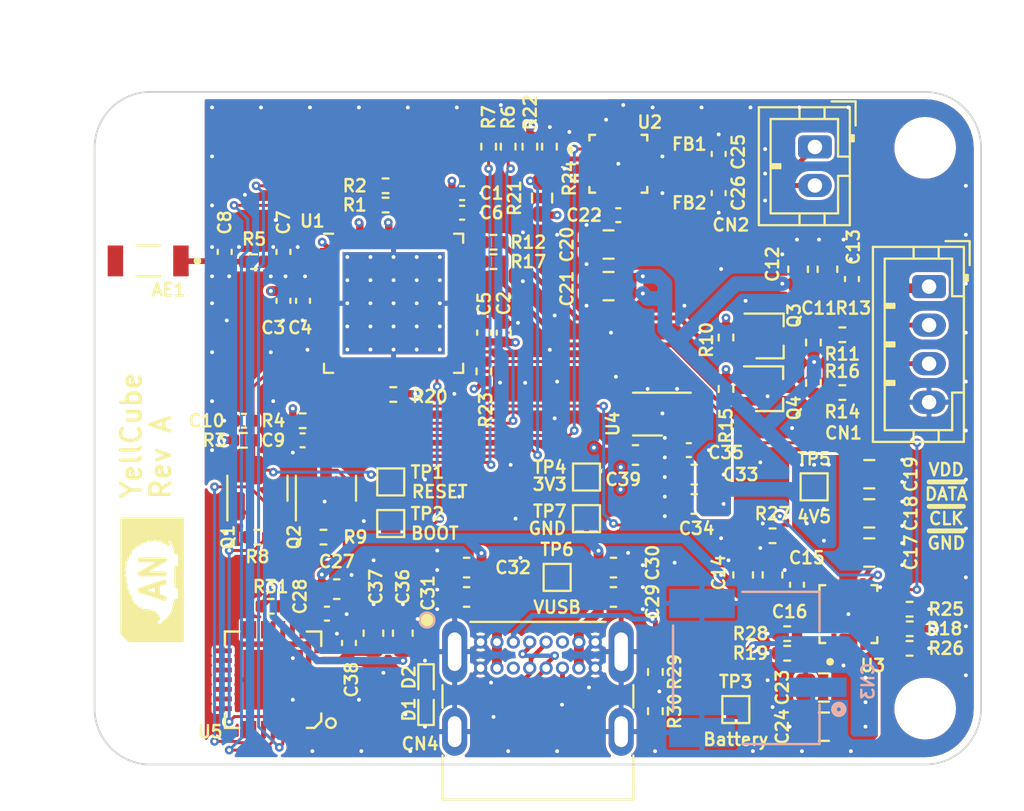
<source format=kicad_pcb>
(kicad_pcb (version 20211014) (generator pcbnew)
  (layers (0 "F.Cu" signal) (1 "In1.Cu" signal "GND") (2 "In2.Cu" signal "PWR") (31 "B.Cu" signal) (34 "B.Paste" user) (35 "F.Paste" user) (36 "B.SilkS" user "B.Silkscreen") (37 "F.SilkS" user "F.Silkscreen") (38 "B.Mask" user) (39 "F.Mask" user) (44 "Edge.Cuts" user))
  (net 0 "")
  (net 1 "/LNA_OUT")
  (net 3 "+3V3")
  (net 4 "GND")
  (net 5 "/LNA_IN")
  (net 6 "/IO0")
  (net 7 "/ESP_EN")
  (net 8 "VDD")
  (net 9 "VBUS")
  (net 10 "+BATT")
  (net 11 "/AUDIO_OUTN")
  (net 12 "/AUDIO_OUTP")
  (net 13 "Net-(C36-Pad1)")
  (net 14 "/LED_CON_DATA")
  (net 15 "/LED_CON_CLK")
  (net 16 "Net-(CN4-PadA5)")
  (net 17 "/USB_P")
  (net 18 "/USB_N")
  (net 20 "Net-(CN4-PadB5)")
  (net 22 "Net-(FB1-Pad1)")
  (net 23 "Net-(FB2-Pad1)")
  (net 24 "Net-(Q1-Pad1)")
  (net 25 "/RTS")
  (net 26 "Net-(Q2-Pad1)")
  (net 27 "/DTR")
  (net 28 "Net-(Q3-Pad2)")
  (net 29 "Net-(Q3-Pad3)")
  (net 30 "Net-(Q4-Pad2)")
  (net 31 "Net-(Q4-Pad3)")
  (net 32 "/UART_RX")
  (net 33 "Net-(R1-Pad2)")
  (net 34 "/UART_TX")
  (net 35 "Net-(R2-Pad2)")
  (net 36 "Net-(R6-Pad1)")
  (net 37 "/AUDIO_BCLK")
  (net 38 "Net-(R7-Pad1)")
  (net 39 "/AUDIO_LRCLK")
  (net 40 "/LED_DATA")
  (net 41 "/LED_CLK")
  (net 42 "Net-(R18-Pad2)")
  (net 43 "Net-(R19-Pad1)")
  (net 44 "/nCHG")
  (net 45 "/AUDIO_SD")
  (net 46 "Net-(R22-Pad1)")
  (net 47 "/nPGOOD")
  (net 48 "Net-(R25-Pad1)")
  (net 49 "Net-(R26-Pad1)")
  (net 50 "Net-(R27-Pad1)")
  (net 51 "Net-(R28-Pad1)")
  (net 52 "Net-(R31-Pad2)")
  (net 59 "/AUDIO_DIN")
  (footprint "Resistor_SMD:R_0402_1005Metric" (layer "F.Cu") (at 147.066 98.044 -90)
    (fp_text reference "R10")
    (fp_text value "10k")
  )
  (footprint "Resistor_SMD:R_0402_1005Metric" (layer "F.Cu") (at 153.1 97.9)
    (fp_text reference "R13")
    (fp_text value "0")
  )
  (footprint "Capacitor_SMD:C_0603_1608Metric" (layer "F.Cu") (at 145.415 106.68 180)
    (fp_text reference "C34")
    (fp_text value "4.7uF")
  )
  (footprint "personal:CurrentTestPoint" (layer "F.Cu") (at 138.303 110.49)
    (fp_text reference "TP6")
    (fp_text value "VUSB")
  )
  (footprint "Diode_SMD:D_SOD-923" (layer "F.Cu") (at 131.499999 115.8 -90)
    (fp_text reference "D2")
    (fp_text value "ESD7951ST5G")
  )
  (footprint "Capacitor_SMD:C_0402_1005Metric" (layer "F.Cu") (at 125.095 103.378 180)
    (fp_text reference "C9")
    (fp_text value "0.1uF")
  )
  (footprint "Capacitor_SMD:C_0402_1005Metric" (layer "F.Cu") (at 124.1 96.139 -90)
    (fp_text reference "C3")
    (fp_text value "1uF")
  )
  (footprint "personal:CurrentTestPoint" (layer "F.Cu") (at 129.667 107.696)
    (fp_text reference "TP2")
    (fp_text value "BOOT")
  )
  (footprint "Resistor_SMD:R_0402_1005Metric" (layer "F.Cu") (at 151.6 100.4 -90)
    (fp_text reference "R16")
    (fp_text value "10k")
  )
  (footprint "Capacitor_SMD:C_0402_1005Metric" (layer "F.Cu") (at 146.685 88.519 90)
    (fp_text reference "C25")
    (fp_text value "220pF")
  )
  (footprint "Capacitor_SMD:C_0603_1608Metric" (layer "F.Cu") (at 147.955 110.363 90)
    (fp_text reference "C14")
    (fp_text value "2.2uF")
  )
  (footprint "Resistor_SMD:R_0402_1005Metric" (layer "F.Cu") (at 134.5 99.8 -90)
    (fp_text reference "R23")
    (fp_text value "10k")
  )
  (footprint "Capacitor_SMD:C_0402_1005Metric" (layer "F.Cu") (at 127.5 113.895 90)
    (fp_text reference "C38")
    (fp_text value "0.1uF")
  )
  (footprint "Package_TO_SOT_SMD:SOT-323_SC-70" (layer "F.Cu") (at 149.3 100.7)
    (fp_text reference "Q4")
    (fp_text value "BSS138W-7-F")
  )
  (footprint "Resistor_SMD:R_0402_1005Metric" (layer "F.Cu") (at 122.576 94.108)
    (fp_text reference "R5")
    (fp_text value "0")
  )
  (footprint "Capacitor_SMD:C_0402_1005Metric" (layer "F.Cu") (at 135.53 97.791 90)
    (fp_text reference "C2")
    (fp_text value "1uF")
  )
  (footprint "Resistor_SMD:R_0402_1005Metric" (layer "F.Cu") (at 134.747 88.138 90)
    (fp_text reference "R7")
    (fp_text value "33")
  )
  (footprint "Resistor_SMD:R_0402_1005Metric" (layer "F.Cu") (at 149.479 108.331 180)
    (fp_text reference "R27")
    (fp_text value "3.09k")
  )
  (footprint "Package_TO_SOT_SMD:SOT-323_SC-70" (layer "F.Cu") (at 149.327 97.963)
    (fp_text reference "Q3")
    (fp_text value "BSS138W-7-F")
  )
  (footprint "Capacitor_SMD:C_0402_1005Metric" (layer "F.Cu") (at 145.135 103.886 180)
    (fp_text reference "C35")
    (fp_text value "0.1uF")
  )
  (footprint "personal:QFN50P300X300X80-17N" (layer "F.Cu") (at 141.478 89.027)
    (fp_text reference "U2")
    (fp_text value "MAX98357AETE+T")
  )
  (footprint "Resistor_SMD:R_0402_1005Metric" (layer "F.Cu") (at 150.241 113.411 180)
    (fp_text reference "R28")
    (fp_text value "4.7k")
  )
  (footprint "Capacitor_SMD:C_0402_1005Metric" (layer "F.Cu") (at 150.749 110.871 90)
    (fp_text reference "C16")
    (fp_text value "0.1uF")
  )
  (footprint "Resistor_SMD:R_0402_1005Metric" (layer "F.Cu") (at 150.241 114.427 180)
    (fp_text reference "R19")
    (fp_text value "10k")
  )
  (footprint "Capacitor_SMD:C_0402_1005Metric" (layer "F.Cu") (at 121.052 93.6 90)
    (fp_text reference "C8")
    (fp_text value "2pF")
  )
  (footprint "Resistor_SMD:R_0402_1005Metric" (layer "F.Cu") (at 135.763 88.138 90)
    (fp_text reference "R6")
    (fp_text value "33")
  )
  (footprint "Capacitor_SMD:C_0805_2012Metric" (layer "F.Cu") (at 140.97 95.377 180)
    (fp_text reference "C21")
    (fp_text value "10uF")
  )
  (footprint "Resistor_SMD:R_0402_1005Metric" (layer "F.Cu") (at 151.6 98.3 90)
    (fp_text reference "R11")
    (fp_text value "10k")
  )
  (footprint "Capacitor_SMD:C_0603_1608Metric" (layer "F.Cu") (at 133.604 111.506 180)
    (fp_text reference "C31")
    (fp_text value "2.2uF")
  )
  (footprint "Resistor_SMD:R_0402_1005Metric" (layer "F.Cu") (at 143.4 115.4 -90)
    (fp_text reference "R29")
    (fp_text value "5.1k")
  )
  (footprint "personal:ANT_AMCA31-2R450G-S1F-T3" (layer "F.Cu") (at 117.080186 94.068746 180)
    (fp_text reference "AE1")
    (fp_text value "AMCA31-2R450G-S1F-T3")
  )
  (footprint "Resistor_SMD:R_0402_1005Metric" (layer "F.Cu") (at 137.9035 88.138 -90)
    (fp_text reference "R24")
    (fp_text value "100k")
  )
  (footprint "personal:2137160001" (layer "F.Cu") (at 137.299949 114.5354)
    (fp_text reference "CN4")
    (fp_text value "2137160001")
  )
  (footprint "Capacitor_SMD:C_0805_2012Metric" (layer "F.Cu") (at 140.97 93.218 180)
    (fp_text reference "C20")
    (fp_text value "10uF")
  )
  (footprint "Capacitor_SMD:C_0603_1608Metric" (layer "F.Cu") (at 149.479 110.363 90)
    (fp_text reference "C15")
    (fp_text value "2.2uF")
  )
  (footprint "personal:QFN28G_0.5-5X5MM" (layer "F.Cu") (at 123.563 115.8 180)
    (fp_text reference "U5")
    (fp_text value "CP2102-GMR")
  )
  (footprint "Resistor_SMD:R_0402_1005Metric" (layer "F.Cu") (at 126.179 108.4025)
    (fp_text reference "R9")
    (fp_text value "10k")
  )
  (footprint "Capacitor_SMD:C_0805_2012Metric" (layer "F.Cu") (at 154.5 107.168)
    (fp_text reference "C18")
    (fp_text value "10uF")
  )
  (footprint "Capacitor_SMD:C_0603_1608Metric" (layer "F.Cu") (at 145.415 105.156 180)
    (fp_text reference "C33")
    (fp_text value "4.7uF")
  )
  (footprint "Capacitor_SMD:C_0603_1608Metric" (layer "F.Cu") (at 150.806 94.5 90)
    (fp_text reference "C12")
    (fp_text value "4.7uF")
  )
  (footprint "Capacitor_SMD:C_0603_1608Metric" (layer "F.Cu") (at 128.77 113.387 90)
    (fp_text reference "C37")
    (fp_text value "2.2uF")
  )
  (footprint "Capacitor_SMD:C_0402_1005Metric" (layer "F.Cu") (at 134.514 97.791 90)
    (fp_text reference "C5")
    (fp_text value "0.1uF")
  )
  (footprint "Resistor_SMD:R_0603_1608Metric" (layer "F.Cu") (at 137.5225 90.805 90)
    (fp_text reference "R21")
    (fp_text value "680k")
  )
  (footprint "Capacitor_SMD:C_0805_2012Metric" (layer "F.Cu") (at 154.5 105.136)
    (fp_text reference "C19")
    (fp_text value "10uF")
  )
  (footprint "Capacitor_SMD:C_0603_1608Metric" (layer "F.Cu") (at 133.604 109.982 180)
    (fp_text reference "C32")
    (fp_text value "2.2uF")
  )
  (footprint "Connector_JST:JST_PH_B2B-PH-K_1x02_P2.00mm_Vertical" (layer "F.Cu") (at 151.68 88.154 -90)
    (fp_text reference "CN2")
    (fp_text value "B2B-PH-K-S(LF)(SN)")
  )
  (footprint "Resistor_SMD:R_0402_1005Metric" (layer "F.Cu") (at 129.4 91.17)
    (fp_text reference "R1")
    (fp_text value "0")
  )
  (footprint "Inductor_SMD:L_0402_1005Metric" (layer "F.Cu") (at 145.161 89.027)
    (fp_text reference "FB1")
    (fp_text value "BLM15PX601SN1D")
  )
  (footprint "Connector_JST:JST_PH_B4B-PH-K_1x04_P2.00mm_Vertical" (layer "F.Cu") (at 157.6 95.4 -90)
    (fp_text reference "CN1")
    (fp_text value "B4B-PH-K-S(LF)(SN)")
  )
  (footprint "personal:QFN50P300X300X100-17N" (layer "F.Cu") (at 153.416 112.395 90)
    (fp_text reference "U3")
    (fp_text value "BQ24232HARGTR")
  )
  (footprint "Resistor_SMD:R_0402_1005Metric" (layer "F.Cu") (at 122.047 103.378)
    (fp_text reference "R3")
    (fp_text value "10k")
  )
  (footprint "Capacitor_SMD:C_0603_1608Metric" (layer "F.Cu") (at 141.224 111.506)
    (fp_text reference "C29")
    (fp_text value "2.2uF")
  )
  (footprint "Resistor_SMD:R_0402_1005Metric" (layer "F.Cu") (at 156.591 112.141)
    (fp_text reference "R25")
    (fp_text value "10k")
  )
  (footprint "Resistor_SMD:R_0402_1005Metric" (layer "F.Cu") (at 153.1 100.9)
    (fp_text reference "R14")
    (fp_text value "0")
  )
  (footprint "personal:LogoSmall" (layer "F.Cu") (at 118.872 113.792 90)
    (fp_text reference "REF**" hide)
    (fp_text value "LogoSmall" hide)
  )
  (footprint "personal:CurrentTestPoint" (layer "F.Cu") (at 139.827 105.283)
    (fp_text reference "TP4")
    (fp_text value "3V3")
  )
  (footprint "Capacitor_SMD:C_0402_1005Metric" (layer "F.Cu") (at 146.685 90.551 -90)
    (fp_text reference "C26")
    (fp_text value "220pF")
  )
  (footprint "Resistor_SMD:R_0402_1005Metric" (layer "F.Cu") (at 156.591 114.173)
    (fp_text reference "R26")
    (fp_text value "10k")
  )
  (footprint "MountingHole:MountingHole_2.7mm_M2.5_ISO14580" (layer "F.Cu") (at 117.2 88.2)
    (fp_text reference "H4" hide)
    (fp_text value "MountingHole")
  )
  (footprint "personal:MCP1725T-3302E" (layer "F.Cu") (at 143.738 102.017 180)
    (fp_text reference "U4")
    (fp_text value "MCP1725T-3302E/MC")
  )
  (footprint "personal:CurrentTestPoint" (layer "F.Cu") (at 139.827 107.442)
    (fp_text reference "TP7")
    (fp_text value "GND")
  )
  (footprint "Resistor_SMD:R_0402_1005Metric" (layer "F.Cu") (at 136.8875 88.138 90)
    (fp_text reference "R22")
    (fp_text value "100k")
  )
  (footprint "Inductor_SMD:L_0402_1005Metric" (layer "F.Cu") (at 145.161 90.043)
    (fp_text reference "FB2")
    (fp_text value "BLM15PX601SN1D")
  )
  (footprint "Resistor_SMD:R_0402_1005Metric" (layer "F.Cu") (at 125.095 102.362)
    (fp_text reference "R4")
    (fp_text value "4.7k")
  )
  (footprint "Resistor_SMD:R_0402_1005Metric" (layer "F.Cu") (at 147.066 100.711 -90)
    (fp_text reference "R15")
    (fp_text value "10k")
  )
  (footprint "Capacitor_SMD:C_0603_1608Metric" (layer "F.Cu") (at 142.367 104.14)
    (fp_text reference "C39")
    (fp_text value "4.7uF")
  )
  (footprint "Resistor_SMD:R_0402_1005Metric" (layer "F.Cu") (at 129.8 101)
    (fp_text reference "R20")
    (fp_text value "10k")
  )
  (footprint "Resistor_SMD:R_0402_1005Metric" (layer "F.Cu") (at 129.4 90.17)
    (fp_text reference "R2")
    (fp_text value "0")
  )
  (footprint "Capacitor_SMD:C_0805_2012Metric" (layer "F.Cu") (at 152.146 116.205 180)
    (fp_text reference "C23")
    (fp_text value "10uF")
  )
  (footprint "MountingHole:MountingHole_2.7mm_M2.5_ISO14580" (layer "F.Cu") (at 157.4 117.3)
    (fp_text reference "H3" hide)
    (fp_text value "MountingHole")
  )
  (footprint "MountingHole:MountingHole_2.7mm_M2.5_ISO14580" (layer "F.Cu") (at 117.2 117.3)
    (fp_text reference "H1" hide)
    (fp_text value "MountingHole")
  )
  (footprint "Capacitor_SMD:C_0402_1005Metric" (layer "F.Cu") (at 133.371 90.552)
    (fp_text reference "C1")
    (fp_text value "1uF")
  )
  (footprint "Capacitor_SMD:C_0402_1005Metric" (layer "F.Cu") (at 122.047 102.362 180)
    (fp_text reference "C10")
    (fp_text value "1uF")
  )
  (footprint "Capacitor_SMD:C_0402_1005Metric" (layer "F.Cu") (at 141.478 91.694 180)
    (fp_text reference "C22")
    (fp_text value "0.1uF")
  )
  (footprint "Capacitor_SMD:C_0603_1608Metric" (layer "F.Cu") (at 130.294 113.387 90)
    (fp_text reference "C36")
    (fp_text value "2.2uF")
  )
  (footprint "Capacitor_SMD:C_0402_1005Metric" (layer "F.Cu") (at 153.6 95.008 90)
    (fp_text reference "C13")
    (fp_text value "0.1uF")
  )
  (footprint "Diode_SMD:D_SOD-923" (layer "F.Cu") (at 131.5 117.348 90)
    (fp_text reference "D1")
    (fp_text value "ESD7951ST5G")
  )
  (footprint "Resistor_SMD:R_0402_1005Metric" (layer "F.Cu") (at 122.75 108.4025)
    (fp_text reference "R8")
    (fp_text value "10k")
  )
  (footprint "personal:CurrentTestPoint" (layer "F.Cu") (at 147.574 117.348)
    (fp_text reference "TP3")
    (fp_text value "Battery")
  )
  (footprint "Package_DFN_QFN:QFN-48-1EP_7x7mm_P0.5mm_EP5.3x5.3mm_ThermalVias" (layer "F.Cu") (at 129.815 96.267)
    (fp_text reference "U1")
    (fp_text value "ESP32-PICO-D4")
  )
  (footprint "Capacitor_SMD:C_0805_2012Metric" (layer "F.Cu") (at 152.146 118.237 180)
    (fp_text reference "C24")
    (fp_text value "10uF")
  )
  (footprint "Capacitor_SMD:C_0603_1608Metric" (layer "F.Cu") (at 141.224 109.982)
    (fp_text reference "C30")
    (fp_text value "2.2uF")
  )
  (footprint "Resistor_SMD:R_0402_1005Metric" (layer "F.Cu") (at 143.4 117.432 90)
    (fp_text reference "R30")
    (fp_text value "5.1k")
  )
  (footprint "personal:CurrentTestPoint" (layer "F.Cu") (at 151.638 105.791)
    (fp_text reference "TP5")
    (fp_text value "4V5")
  )
  (footprint "Capacitor_SMD:C_0402_1005Metric" (layer "F.Cu") (at 126.357 112.371)
    (fp_text reference "C28")
    (fp_text value "0.1uF")
  )
  (footprint "MountingHole:MountingHole_2.7mm_M2.5_ISO14580" (layer "F.Cu") (at 157.4 88.2)
    (fp_text reference "H2" hide)
    (fp_text value "MountingHole")
  )
  (footprint "Capacitor_SMD:C_0402_1005Metric" (layer "F.Cu") (at 124.1 93.6 90)
    (fp_text reference "C7")
    (fp_text value "2.7pF")
  )
  (footprint "Resistor_SMD:R_0402_1005Metric" (layer "F.Cu") (at 135.001 93.1)
    (fp_text reference "R12")
    (fp_text value "0")
  )
  (footprint "Capacitor_SMD:C_0402_1005Metric" (layer "F.Cu") (at 133.371 91.568)
    (fp_text reference "C6")
    (fp_text value "0.1uF")
  )
  (footprint "Capacitor_SMD:C_0603_1608Metric" (layer "F.Cu") (at 152.33 94.5 90)
    (fp_text reference "C11")
    (fp_text value "4.7uF")
  )
  (footprint "personal:CurrentTestPoint" (layer "F.Cu") (at 129.667 105.537)
    (fp_text reference "TP1")
    (fp_text value "RESET")
  )
  (footprint "Capacitor_SMD:C_0805_2012Metric" (layer "F.Cu") (at 154.5 109.2)
    (fp_text reference "C17")
    (fp_text value "10uF")
  )
  (footprint "Package_TO_SOT_SMD:SOT-23" (layer "F.Cu") (at 122.75 105.8625 90)
    (fp_text reference "Q1")
    (fp_text value "MMBT3904")
  )
  (footprint "Resistor_SMD:R_0402_1005Metric" (layer "F.Cu") (at 135.001 94.107)
    (fp_text reference "R17")
    (fp_text value "0")
  )
  (footprint "Capacitor_SMD:C_0402_1005Metric" (layer "F.Cu") (at 125.116 96.139 -90)
    (fp_text reference "C4")
    (fp_text value "0.1uF")
  )
  (footprint "Resistor_SMD:R_0402_1005Metric" (layer "F.Cu") (at 156.6 113.157 180)
    (fp_text reference "R18")
    (fp_text value "10k")
  )
  (footprint "Capacitor_SMD:C_0603_1608Metric" (layer "F.Cu") (at 126.865 111.101)
    (fp_text reference "C27")
    (fp_text value "2.2uF")
  )
  (footprint "Package_TO_SOT_SMD:SOT-23" (layer "F.Cu") (at 126.306 105.8625 90)
    (fp_text reference "Q2")
    (fp_text value "MMBT3904")
  )
  (footprint "Resistor_SMD:R_0402_1005Metric" (layer "F.Cu") (at 123.436 111.99)
    (fp_text reference "R31")
    (fp_text value "10k")
  )
  (footprint "personal:JST_S2B-PH-SM4-TB(LF)(SN)" (layer "B.Cu") (at 151.567 115.189 90)
    (fp_text reference "CN3")
    (fp_text value "S2B-PH-SM4-TB(LF)(SN)")
  )
  (gr_line (start 157.607 106.807) (end 159.385 106.807) (layer "F.SilkS") (width 0.254))
  (gr_line (start 157.607 108.077) (end 159.385 108.077) (layer "F.SilkS") (width 0.254))
  (gr_line (start 157.607 105.537) (end 159.385 105.537) (layer "F.SilkS") (width 0.254))
  (gr_arc (start 160.3 117.3) (mid 159.45061 119.35061) (end 157.4 120.2) (layer "Edge.Cuts") (width 0.1))
  (gr_line (start 117.2 85.3) (end 157.4 85.3) (layer "Edge.Cuts") (width 0.1))
  (gr_line (start 160.3 88.2) (end 160.3 117.3) (layer "Edge.Cuts") (width 0.1))
  (gr_line (start 114.3 88.2) (end 114.3 117.3) (layer "Edge.Cuts") (width 0.1))
  (gr_arc (start 117.2 120.2) (mid 115.14939 119.35061) (end 114.3 117.3) (layer "Edge.Cuts") (width 0.1))
  (gr_arc (start 157.4 85.3) (mid 159.45061 86.14939) (end 160.3 88.2) (layer "Edge.Cuts") (width 0.1))
  (gr_line (start 157.4 120.2) (end 117.2 120.2) (layer "Edge.Cuts") (width 0.1))
  (gr_arc (start 114.3 88.2) (mid 115.14939 86.14939) (end 117.2 85.3) (layer "Edge.Cuts") (width 0.1))
  (gr_text "YellCube" (at 116.205 103.124 90) (layer "F.SilkS") (effects (font (size 1.016 1.016) (thickness 0.1778))))
  (gr_text "Rev A" (at 117.729 104.267 90) (layer "F.SilkS") (effects (font (size 1.016 1.016) (thickness 0.1778))))
  (gr_text "GND" (at 158.496 108.712) (layer "F.SilkS") (effects (font (size 0.635 0.635) (thickness 0.127))))
  (gr_text "DATA" (at 158.496 106.172) (layer "F.SilkS") (effects (font (size 0.635 0.635) (thickness 0.127))))
  (gr_text "CLK" (at 158.496 107.442) (layer "F.SilkS") (effects (font (size 0.635 0.635) (thickness 0.127))))
  (gr_text "VDD" (at 158.496 104.902) (layer "F.SilkS") (effects (font (size 0.635 0.635) (thickness 0.127))))
  (segment (start 121.08 94.108) (end 121.052 94.08) (width 0.29337) (layer "F.Cu") (net 1))
  (segment (start 121.052 94.08) (end 118.79144 94.08) (width 0.29337) (layer "F.Cu") (net 1))
  (segment (start 122.066 94.108) (end 121.08 94.108) (width 0.29337) (layer "F.Cu") (net 1))
  (segment (start 118.79144 94.08) (end 118.780186 94.068746) (width 0.29337) (layer "F.Cu") (net 1))
  (segment (start 130.345 100.965) (end 130.31 101) (width 0.381) (layer "F.Cu") (net 3))
  (segment (start 130.937 100.965) (end 130.345 100.965) (width 0.381) (layer "F.Cu") (net 3))
  (segment (start 141.605 104.127) (end 141.592 104.14) (width 0.508) (layer "F.Cu") (net 3))
  (segment (start 140.589 104.14) (end 140.208 103.759) (width 0.762) (layer "F.Cu") (net 3))
  (segment (start 132.891 91.568) (end 132.891 92.491) (width 0.381) (layer "F.Cu") (net 3))
  (segment (start 138.303 91.694) (end 137.5865 91.694) (width 0.381) (layer "F.Cu") (net 3))
  (segment (start 136.144 98.298) (end 135.557 98.298) (width 0.381) (layer "F.Cu") (net 3))
  (segment (start 141.605 103.505) (end 141.605 104.127) (width 0.508) (layer "F.Cu") (net 3))
  (segment (start 125.116 95.659) (end 125.194 95.659) (width 0.254) (layer "F.Cu") (net 3))
  (segment (start 137.5865 91.694) (end 137.5225 91.63) (width 0.381) (layer "F.Cu") (net 3))
  (segment (start 141.478 103.378) (end 141.605 103.505) (width 0.254) (layer "F.Cu") (net 3))
  (segment (start 130.31 101) (end 130.31 100.592) (width 0.254) (layer "F.Cu") (net 3))
  (segment (start 141.592 104.14) (end 140.97 104.14) (width 0.508) (layer "F.Cu") (net 3))
  (segment (start 140.97 104.14) (end 139.827 105.283) (width 0.508) (layer "F.Cu") (net 3))
  (segment (start 147.066 97.028) (end 147.066 97.534) (width 0.381) (layer "F.Cu") (net 3))
  (segment (start 142.216 102.767) (end 141.605 103.378) (width 0.508) (layer "F.Cu") (net 3))
  (segment (start 126.365 95.017) (end 126.365 94.517) (width 0.254) (layer "F.Cu") (net 3))
  (segment (start 132.891 90.552) (end 132.891 90.756) (width 0.381) (layer "F.Cu") (net 3))
  (segment (start 129.565 92.817) (end 129.565 92.1) (width 0.381) (layer "F.Cu") (net 3))
  (segment (start 136.8875 87.144282) (end 136.935341 87.096441) (width 0.381) (layer "F.Cu") (net 3))
  (segment (start 124.1 95.659) (end 125.116 95.659) (width 0.508) (layer "F.Cu") (net 3))
  (segment (start 129.565 92.1) (end 129.54 92.075) (width 0.381) (layer "F.Cu") (net 3))
  (segment (start 141.592 104.762) (end 141.605 104.775) (width 0.508) (layer "F.Cu") (net 3))
  (segment (start 134.514 98.271) (end 134.266 98.271) (width 0.254) (layer "F.Cu") (net 3))
  (segment (start 126.365 93.345) (end 126.111 93.091) (width 0.254) (layer "F.Cu") (net 3))
  (segment (start 133.985 100.711) (end 134.099 100.711) (width 0.254) (layer "F.Cu") (net 3))
  (segment (start 128.065 92.817) (end 128.065 92.124) (width 0.381) (layer "F.Cu") (net 3))
  (segment (start 142.288 102.767) (end 142.216 102.767) (width 0.508) (layer "F.Cu") (net 3))
  (segment (start 123.444 95.631) (end 124.072 95.631) (width 0.508) (layer "F.Cu") (net 3))
  (segment (start 148.106 97.534) (end 148.327 97.313) (width 0.381) (layer "F.Cu") (net 3))
  (segment (start 125.194 95.659) (end 125.836 95.017) (width 0.254) (layer "F.Cu") (net 3))
  (segment (start 132.842 89.916) (end 132.842 90.503) (width 0.381) (layer "F.Cu") (net 3))
  (segment (start 142.288 102.267) (end 141.827 102.267) (width 0.254) (layer "F.Cu") (net 3))
  (segment (start 141.592 104.14) (end 140.589 104.14) (width 0.762) (layer "F.Cu") (net 3))
  (segment (start 130.065 100.347) (end 130.065 99.717) (width 0.254) (layer "F.Cu") (net 3))
  (segment (start 135.557 98.298) (end 135.53 98.271) (width 0.381) (layer "F.Cu") (net 3))
  (segment (start 130.31 100.592) (end 130.065 100.347) (width 0.254) (layer "F.Cu") (net 3))
  (segment (start 132.842 90.503) (end 132.891 90.552) (width 0.381) (layer "F.Cu") (net 3))
  (segment (start 121.031 103.378) (end 121.537 103.378) (width 0.381) (layer "F.Cu") (net 3))
  (segment (start 128.065 92.124) (end 128.016 92.075) (width 0.381) (layer "F.Cu") (net 3))
  (segment (start 133.3 98.552) (end 133.265 98.517) (width 0.254) (layer "F.Cu") (net 3))
  (segment (start 126.365 93.517) (end 126.365 93.345) (width 0.254) (layer "F.Cu") (net 3))
  (segment (start 132.891 92.491) (end 132.565 92.817) (width 0.381) (layer "F.Cu") (net 3))
  (segment (start 147.066 100.201) (end 148.149 100.201) (width 0.381) (layer "F.Cu") (net 3))
  (segment (start 141.827 102.267) (end 141.478 102.616) (width 0.254) (layer "F.Cu") (net 3))
  (segment (start 141.592 104.14) (end 141.592 104.762) (width 0.508) (layer "F.Cu") (net 3))
  (segment (start 148.149 100.201) (end 148.3 100.05) (width 0.381) (layer "F.Cu") (net 3))
  (segment (start 136.8875 87.628) (end 136.8875 87.144282) (width 0.381) (layer "F.Cu") (net 3))
  (segment (start 124.587 102.36) (end 124.585 102.362) (width 0.381) (layer "F.Cu") (net 3))
  (segment (start 124.587 101.727) (end 124.587 102.36) (width 0.381) (layer "F.Cu") (net 3))
  (segment (start 147.066 99.695) (end 147.066 100.201) (width 0.381) (layer "F.Cu") (net 3))
  (segment (start 147.066 97.534) (end 148.106 97.534) (width 0.381) (layer "F.Cu") (net 3))
  (segment (start 134.266 98.271) (end 133.985 98.552) (width 0.254) (layer "F.Cu") (net 3))
  (segment (start 134.099 100.711) (end 134.5 100.31) (width 0.254) (layer "F.Cu") (net 3))
  (segment (start 124.072 95.631) (end 124.1 95.659) (width 0.508) (layer "F.Cu") (net 3))
  (segment (start 132.891 90.756) (end 132.891 91.568) (width 0.381) (layer "F.Cu") (net 3))
  (segment (start 133.985 98.552) (end 133.3 98.552) (width 0.254) (layer "F.Cu") (net 3))
  (segment (start 141.478 102.616) (end 141.478 103.378) (width 0.508) (layer "F.Cu") (net 3))
  (segment (start 125.836 95.017) (end 126.365 95.017) (width 0.254) (layer "F.Cu") (net 3))
  (segment (start 157.734 113.157) (end 157.11 113.157) (width 0.381) (layer "F.Cu") (net 3))
  (segment (start 141.605 103.378) (end 141.605 103.505) (width 0.508) (layer "F.Cu") (net 3))
  (segment (start 135.53 98.271) (end 134.514 98.271) (width 0.381) (layer "F.Cu") (net 3))
  (segment (start 141.592 104.14) (end 141.592 105.931) (width 0.762) (layer "F.Cu") (net 3))
  (via (at 128.016 92.075) (size 0.45) (drill 0.2) (layers "F.Cu" "B.Cu") (net 3))
  (via (at 123.444 95.631) (size 0.45) (drill 0.2) (layers "F.Cu" "B.Cu") (net 3))
  (via (at 147.066 99.695) (size 0.45) (drill 0.2) (layers "F.Cu" "B.Cu") (net 3))
  (via (at 133.985 100.711) (size 0.45) (drill 0.2) (layers "F.Cu" "B.Cu") (net 3))
  (via (at 130.937 100.965) (size 0.45) (drill 0.2) (layers "F.Cu" "B.Cu") (net 3))
  (via (at 136.144 98.298) (size 0.45) (drill 0.2) (layers "F.Cu" "B.Cu") (net 3))
  (via (at 138.303 91.694) (size 0.45) (drill 0.2) (layers "F.Cu" "B.Cu") (net 3))
  (via (at 126.111 93.091) (size 0.45) (drill 0.2) (layers "F.Cu" "B.Cu") (net 3))
  (via (at 141.592 105.931) (size 0.45) (drill 0.2) (layers "F.Cu" "B.Cu") (net 3))
  (via (at 124.587 101.727) (size 0.45) (drill 0.2) (layers "F.Cu" "B.Cu") (net 3))
  (via (at 136.935341 87.096441) (size 0.45) (drill 0.2) (layers "F.Cu" "B.Cu") (net 3))
  (via (at 141.605 104.775) (size 0.45) (drill 0.2) (layers "F.Cu" "B.Cu") (net 3))
  (via (at 140.208 103.759) (size 0.45) (drill 0.2) (layers "F.Cu" "B.Cu") (net 3))
  (via (at 147.066 97.028) (size 0.45) (drill 0.2) (layers "F.Cu" "B.Cu") (net 3))
  (via (at 129.54 92.075) (size 0.45) (drill 0.2) (layers "F.Cu" "B.Cu") (net 3))
  (via (at 121.031 103.378) (size 0.45) (drill 0.2) (layers "F.Cu" "B.Cu") (net 3))
  (via (at 157.734 113.157) (size 0.45) (drill 0.2) (layers "F.Cu" "B.Cu") (net 3))
  (via (at 132.842 89.916) (size 0.45) (drill 0.2) (layers "F.Cu" "B.Cu") (net 3))
  (via (at 125.222 94.869) (size 0.45) (drill 0.2) (layers "F.Cu" "B.Cu") (net 4))
  (via (at 141.478 89.027) (size 0.45) (drill 0.2) (layers "F.Cu" "B.Cu") (net 4))
  (via (at 141.097 97.79) (size 0.45) (drill 0.2) (layers "F.Cu" "B.Cu") (net 4))
  (via (at 142.748 109.855) (size 0.45) (drill 0.2) (layers "F.Cu" "B.Cu") (net 4))
  (via (at 144.907 96.393) (size 0.45) (drill 0.2) (layers "F.Cu" "B.Cu") (net 4))
  (via (at 153.416 112.395) (size 0.45) (drill 0.2) (layers "F.Cu" "B.Cu") (net 4))
  (via (at 139.827 94.234) (size 0.45) (drill 0.2) (layers "F.Cu" "B.Cu") (net 4))
  (via (at 138.303 100.33) (size 0.45) (drill 0.2) (layers "F.Cu" "B.Cu") (net 4))
  (via (at 134.239 96.774) (size 0.45) (drill 0.2) (layers "F.Cu" "B.Cu") (net 4))
  (via (at 159.512 105.41) (size 0.45) (drill 0.2) (layers "F.Cu" "B.Cu") (net 4))
  (via (at 120.396 96.266) (size 0.45) (drill 0.2) (layers "F.Cu" "B.Cu") (net 4))
  (via (at 127.381 112.395) (size 0.45) (drill 0.2) (layers "F.Cu" "B.Cu") (net 4))
  (via (at 132.08 109.093) (size 0.45) (drill 0.2) (layers "F.Cu" "B.Cu") (net 4))
  (via (at 159.512 97.79) (size 0.45) (drill 0.2) (layers "F.Cu" "B.Cu") (net 4))
  (via (at 143.256 86.106) (size 0.45) (drill 0.2) (layers "F.Cu" "B.Cu") (net 4))
  (via (at 148.336 86.106) (size 0.45) (drill 0.2) (layers "F.Cu" "B.Cu") (net 4))
  (via (at 159.512 95.25) (size 0.45) (drill 0.2) (layers "F.Cu" "B.Cu") (net 4))
  (via (at 138.303 92.71) (size 0.45) (drill 0.2) (layers "F.Cu" "B.Cu") (net 4))
  (via (at 151.003 119.507) (size 0.45) (drill 0.2) (layers "F.Cu" "B.Cu") (net 4))
  (via (at 137.922 87.122) (size 0.45) (drill 0.2) (layers "F.Cu" "B.Cu") (net 4))
  (via (at 138.684 89.281) (size 0.45) (drill 0.2) (layers "F.Cu" "B.Cu") (net 4))
  (via (at 134.366 91.567) (size 0.45) (drill 0.2) (layers "F.Cu" "B.Cu") (net 4))
  (via (at 127.635 110.363) (size 0.45) (drill 0.2) (layers "F.Cu" "B.Cu") (net 4))
  (via (at 145.796 86.106) (size 0.45) (drill 0.2) (layers "F.Cu" "B.Cu") (net 4))
  (via (at 150.876 86.106) (size 0.45) (drill 0.2) (layers "F.Cu" "B.Cu") (net 4))
  (via (at 136.525 95.123) (size 0.45) (drill 0.2) (layers "F.Cu" "B.Cu") (net 4))
  (via (at 126.873 113.411) (size 0.45) (drill 0.2) (layers "F.Cu" "B.Cu") (net 4))
  (via (at 124.587 116.84) (size 0.45) (drill 0.2) (layers "F.Cu" "B.Cu") (net 4))
  (via (at 149.225 114.427) (size 0.45) (drill 0.2) (layers "F.Cu" "B.Cu") (net 4))
  (via (at 148.844 108.966) (size 0.45) (drill 0.2) (layers "F.Cu" "B.Cu") (net 4))
  (via (at 126.238 106.553) (size 0.45) (drill 0.2) (layers "F.Cu" "B.Cu") (net 4))
  (via (at 156.21 106.553) (size 0.45) (drill 0.2) (layers "F.Cu" "B.Cu") (net 4))
  (via (at 147.193 109.601) (size 0.45) (drill 0.2) (layers "F.Cu" "B.Cu") (net 4))
  (via (at 159.512 102.87) (size 0.45) (drill 0.2) (layers "F.Cu" "B.Cu") (net 4))
  (via (at 135.001 117.729) (size 0.45) (drill 0.2) (layers "F.Cu" "B.Cu") (net 4))
  (via (at 135.340363 100.381979) (size 0.45) (drill 0.2) (layers "F.Cu" "B.Cu") (net 4))
  (via (at 128.143 119.507) (size 0.45) (drill 0.2) (layers "F.Cu" "B.Cu") (net 4))
  (via (at 156.21 105.537) (size 0.45) (drill 0.2) (layers "F.Cu" "B.Cu") (net 4))
  (via (at 159.512 90.17) (size 0.45) (drill 0.2) (layers "F.Cu" "B.Cu") (net 4))
  (via (at 131.064 112.649) (size 0.45) (drill 0.2) (layers "F.Cu" "B.Cu") (net 4))
  (via (at 138.557 117.094) (size 0.45) (drill 0.2) (layers "F.Cu" "B.Cu") (net 4))
  (via (at 153.543 119.507) (size 0.45) (drill 0.2) (layers "F.Cu" "B.Cu") (net 4))
  (via (at 120.396 86.106) (size 0.45) (drill 0.2) (layers "F.Cu" "B.Cu") (net 4))
  (via (at 143.891 106.299) (size 0.45) (drill 0.2) (layers "F.Cu" "B.Cu") (net 4))
  (via (at 120.396 101.346) (size 0.45) (drill 0.2) (layers "F.Cu" "B.Cu") (net 4))
  (via (at 153.543 93.98) (size 0.45) (drill 0.2) (layers "F.Cu" "B.Cu") (net 4))
  (via (at 138.303 119.507) (size 0.45) (drill 0.2) (layers "F.Cu" "B.Cu") (net 4))
  (via (at 125.349 98.679) (size 0.45) (drill 0.2) (layers "F.Cu" "B.Cu") (net 4))
  (via (at 150.114 110.109) (size 0.45) (drill 0.2) (layers "F.Cu" "B.Cu") (net 4))
  (via (at 121.158 97.155) (size 0.45) (drill 0.2) (layers "F.Cu" "B.Cu") (net 4))
  (via (at 133.096 86.106) (size 0.45) (drill 0.2) (layers "F.Cu" "B.Cu") (net 4))
  (via (at 136.641612 100.393863) (size 0.45) (drill 0.2) (layers "F.Cu" "B.Cu") (net 4))
  (via (at 138.176 102.235) (size 0.45) (drill 0.2) (layers "F.Cu" "B.Cu") (net 4))
  (via (at 146.812 94.488) (size 0.45) (drill 0.2) (layers "F.Cu" "B.Cu") (net 4))
  (via (at 146.685 91.567) (size 0.45) (drill 0.2) (layers "F.Cu" "B.Cu") (net 4))
  (via (at 133.223 106.299) (size 0.45) (drill 0.2) (layers "F.Cu" "B.Cu") (net 4))
  (via (at 121.793 93.345) (size 0.45) (drill 0.2) (layers "F.Cu" "B.Cu") (net 4))
  (via (at 150.368 118.237) (size 0.45) (drill 0.2) (layers "F.Cu" "B.Cu") (net 4))
  (via (at 150.749 92.964) (size 0.45) (drill 0.2) (layers "F.Cu" "B.Cu") (net 4))
  (via (at 140.462 91.694) (size 0.45) (drill 0.2) (layers "F.Cu" "B.Cu") (net 4))
  (via (at 148.971 107.696) (size 0.45) (drill 0.2) (layers "F.Cu" "B.Cu") (net 4))
  (via (at 120.396 91.186) (size 0.45) (drill 0.2) (layers "F.Cu" "B.Cu") (net 4))
  (via (at 149.479 117.221) (size 0.45) (drill 0.2) (layers "F.Cu" "B.Cu") (net 4))
  (via (at 131.445 114.808) (size 0.45) (drill 0.2) (layers "F.Cu" "B.Cu") (net 4))
  (via (at 130.683 119.507) (size 0.45) (drill 0.2) (layers "F.Cu" "B.Cu") (net 4))
  (via (at 143.609865 116.411707) (size 0.45) (drill 0.2) (layers "F.Cu" "B.Cu") (net 4))
  (via (at 124.079 97.155) (size 0.45) (drill 0.2) (layers "F.Cu" "B.Cu") (net 4))
  (via (at 130.556 86.106) (size 0.45) (drill 0.2) (layers "F.Cu" "B.Cu") (net 4))
  (via (at 123.571 93.345) (size 0.45) (drill 0.2) (layers "F.Cu" "B.Cu") (net 4))
  (via (at 159.512 115.57) (size 0.45) (drill 0.2) (layers "F.Cu" "B.Cu") (net 4))
  (via (at 136.271 97.282) (size 0.45) (drill 0.2) (layers "F.Cu" "B.Cu") (net 4))
  (via (at 136.144 107.442) (size 0.45) (drill 0.2) (layers "F.Cu" "B.Cu") (net 4))
  (via (at 139.827 92.202) (size 0.45) (drill 0.2) (layers "F.Cu" "B.Cu") (net 4))
  (via (at 138.938 87.376) (size 0.45) (drill 0.2) (layers "F.Cu" "B.Cu") (net 4))
  (via (at 157.607 112.141) (size 0.45) (drill 0.2) (layers "F.Cu" "B.Cu") (net 4))
  (via (at 121.158 108.204) (size 0.45) (drill 0.2) (layers "F.Cu" "B.Cu") (net 4))
  (via (at 148.463 119.507) (size 0.45) (drill 0.2) (layers "F.Cu" "B.Cu") (net 4))
  (via (at 143.764 101.981) (size 0.45) (drill 0.2) (layers "F.Cu" "B.Cu") (net 4))
  (via (at 159.512 110.49) (size 0.45) (drill 0.2) (layers "F.Cu" "B.Cu") (net 4))
  (via (at 135.89 104.648) (size 0.45) (drill 0.2) (layers "F.Cu" "B.Cu") (net 4))
  (via (at 157.607 114.173) (size 0.45) (drill 0.2) (layers "F.Cu" "B.Cu") (net 4))
  (via (at 129.286 115.443) (size 0.45) (drill 0.2) (layers "F.Cu" "B.Cu") (net 4))
  (via (at 143.383 119.507) (size 0.45) (drill 0.2) (layers "F.Cu" "B.Cu") (net 4))
  (via (at 153.162 92.964) (size 0.45) (drill 0.2) (layers "F.Cu" "B.Cu") (net 4))
  (via (at 128.778 109.601) (size 0.45) (drill 0.2) (layers "F.Cu" "B.Cu") (net 4))
  (via (at 124.587 114.681) (size 0.45) (drill 0.2) (layers "F.Cu" "B.Cu") (net 4))
  (via (at 143.891 103.251) (size 0.45) (drill 0.2) (layers "F.Cu" "B.Cu") (net 4))
  (via (at 124.841 93.345) (size 0.45) (drill 0.2) (layers "F.Cu" "B.Cu") (net 4))
  (via (at 144.399 109.728) (size 0.45) (drill 0.2) (layers "F.Cu" "B.Cu") (net 4))
  (via (at 141.986 109.22) (size 0.45) (drill 0.2) (layers "F.Cu" "B.Cu") (net 4))
  (via (at 136.525 92.583) (size 0.45) (drill 0.2) (layers "F.Cu" "B.Cu") (net 4))
  (via (at 159.512 100.33) (size 0.45) (drill 0.2) (layers "F.Cu" "B.Cu") (net 4))
  (via (at 143.764 90.551) (size 0.45) (drill 0.2) (layers "F.Cu" "B.Cu") (net 4))
  (via (at 144.526 100.711) (size 0.45) (drill 0.2) (layers "F.Cu" "B.Cu") (net 4))
  (via (at 140.843 86.741) (size 0.45) (drill 0.2) (layers "F.Cu" "B.Cu") (net 4))
  (via (at 159.512 92.71) (size 0.45) (drill 0.2) (layers "F.Cu" "B.Cu") (net 4))
  (via (at 120.396 88.646) (size 0.45) (drill 0.2) (layers "F.Cu" "B.Cu") (net 4))
  (via (at 139.954 116.205) (size 0.45) (drill 0.2) (layers "F.Cu" "B.Cu") (net 4))
  (via (at 123.571 101.346) (size 0.45) (drill 0.2) (layers "F.Cu" "B.Cu") (net 4))
  (via (at 120.396 98.806) (size 0.45) (drill 0.2) (layers "F.Cu" "B.Cu") (net 4))
  (via (at 132.08 111.125) (size 0.45) (drill 0.2) (layers "F.Cu" "B.Cu") (net 4))
  (via (at 122.936 86.106) (size 0.45) (drill 0.2) (layers "F.Cu" "B.Cu") (net 4))
  (via (at 159.512 107.95) (size 0.45) (drill 0.2) (layers "F.Cu" "B.Cu") (net 4))
  (via (at 149.225 101.092) (size 0.45) (drill 0.2) (layers "F.Cu" "B.Cu") (net 4))
  (via (at 146.685 87.503) (size 0.45) (drill 0.2) (layers "F.Cu" "B.Cu") (net 4))
  (via (at 156.21 107.823) (size 0.45) (drill 0.2) (layers "F.Cu" "B.Cu") (net 4))
  (via (at 128.016 86.106) (size 0.45) (drill 0.2) (layers "F.Cu" "B.Cu") (net 4))
  (via (at 128.016 116.84) (size 0.45) (drill 0.2) (layers "F.Cu" "B.Cu") (net 4))
  (via (at 121.285 94.869) (size 0.45) (drill 0.2) (layers "F.Cu" "B.Cu") (net 4))
  (via (at 128.778 111.887) (size 0.45) (drill 0.2) (layers "F.Cu" "B.Cu") (net 4))
  (via (at 124.206 94.869) (size 0.45) (drill 0.2) (layers "F.Cu" "B.Cu") (net 4))
  (via (at 138.176 96.901) (size 0.45) (drill 0.2) (layers "F.Cu" "B.Cu") (net 4))
  (via (at 123.698 91.948) (size 0.45) (drill 0.2) (layers "F.Cu" "B.Cu") (net 4))
  (via (at 150.495 102.743) (size 0.45) (drill 0.2) (layers "F.Cu" "B.Cu") (net 4))
  (via (at 141.351 100.076) (size 0.45) (drill 0.2) (layers "F.Cu" "B.Cu") (net 4))
  (via (at 146.812 108.458) (size 0.45) (drill 0.2) (layers "F.Cu" "B.Cu") (net 4))
  (via (at 149.225 113.411) (size 0.45) (drill 0.2) (layers "F.Cu" "B.Cu") (net 4))
  (via (at 123.444 94.869) (size 0.45) (drill 0.2) (layers "F.Cu" "B.Cu") (net 4))
  (via (at 121.031 102.362) (size 0.45) (drill 0.2) (layers "F.Cu" "B.Cu") (net 4))
  (via (at 120.396 103.886) (size 0.45) (drill 0.2) (layers "F.Cu" "B.Cu") (net 4))
  (via (at 148.082 96.139) (size 0.45) (drill 0.2) (layers "F.Cu" "B.Cu") (net 4))
  (via (at 142.748 110.998) (size 0.45) (drill 0.2) (layers "F.Cu" "B.Cu") (net 4))
  (via (at 143.891 105.283) (size 0.45) (drill 0.2) (layers "F.Cu" "B.Cu") (net 4))
  (via (at 124.587 104.013) (size 0.45) (drill 0.2) (layers "F.Cu" "B.Cu") (net 4))
  (via (at 131.445 118.237) (size 0.45) (drill 0.2) (layers "F.Cu" "B.Cu") (net 4))
  (via (at 136.398 109.474) (size 0.45) (drill 0.2) (layers "F.Cu" "B.Cu") (net 4))
  (via (at 137.922 98.679) (size 0.45) (drill 0.2) (layers "F.Cu" "B.Cu") (net 4))
  (via (at 153.416 86.106) (size 0.45) (drill 0.2) (layers "F.Cu" "B.Cu") (net 4))
  (via (at 130.429 117.602) (size 0.45) (drill 0.2) (layers "F.Cu" "B.Cu") (net 4))
  (via (at 143.891 104.267) (size 0.45) (drill 0.2) (layers "F.Cu" "B.Cu") (net 4))
  (via (at 123.444 98.806) (size 0.45) (drill 0.2) (layers "F.Cu" "B.Cu") (net 4))
  (via (at 130.302 111.887) (size 0.45) (drill 0.2) (layers "F.Cu" "B.Cu") (net 4))
  (via (at 122.099749 90.634867) (size 0.45) (drill 0.2) (layers "F.Cu" "B.Cu") (net 4))
  (via (at 135.763 119.507) (size 0.45) (drill 0.2) (layers "F.Cu" "B.Cu") (net 4))
  (via (at 139.827 96.393) (size 0.45) (drill 0.2) (layers "F.Cu" "B.Cu") (net 4))
  (via (at 132.969 100.965) (size 0.45) (drill 0.2) (layers "F.Cu" "B.Cu") (net 4))
  (via (at 135.382 85.979) (size 0.45) (drill 0.2) (layers "F.Cu" "B.Cu") (net 4))
  (via (at 156.21 108.712) (size 0.45) (drill 0.2) (layers "F.Cu" "B.Cu") (net 4))
  (via (at 134.366 90.551) (size 0.45) (drill 0.2) (layers "F.Cu" "B.Cu") (net 4))
  (via (at 131.445 105.41) (size 0.45) (drill 0.2) (layers "F.Cu" "B.Cu") (net 4))
  (via (at 132.08 112.141) (size 0.45) (drill 0.2) (layers "F.Cu" "B.Cu") (net 4))
  (via (at 156.21 104.394) (size 0.45) (drill 0.2) (layers "F.Cu" "B.Cu") (net 4))
  (via (at 156.21 109.855) (size 0.45) (drill 0.2) (layers "F.Cu" "B.Cu") (net 4))
  (via (at 125.476 86.106) (size 0.45) (drill 0.2) (layers "F.Cu" "B.Cu") (net 4))
  (via (at 155.067 110.998) (size 0.45) (drill 0.2) (layers "F.Cu" "B.Cu") (net 4))
  (via (at 141.732 85.979) (size 0.45) (drill 0.2) (layers "F.Cu" "B.Cu") (net 4))
  (via (at 143.764 88.646) (size 0.45) (drill 0.2) (layers "F.Cu" "B.Cu") (net 4))
  (via (at 149.098 88.265) (size 0.45) (drill 0.2) (layers "F.Cu" "B.Cu") (net 4))
  (via (at 143.891 107.315) (size 0.45) (drill 0.2) (layers "F.Cu" "B.Cu") (net 4))
  (via (at 128.27 107.569) (size 0.45) (drill 0.2) (layers "F.Cu" "B.Cu") (net 4))
  (via (at 148.844 104.521) (size 0.45) (drill 0.2) (layers "F.Cu" "B.Cu") (net 4))
  (via (at 125.095 97.155) (size 0.45) (drill 0.2) (layers "F.Cu" "B.Cu") (net 4))
  (via (at 125.603 119.507) (size 0.45) (drill 0.2) (layers "F.Cu" "B.Cu") (net 4))
  (via (at 149.225 115.824) (size 0.45) (drill 0.2) (layers "F.Cu" "B.Cu") (net 4))
  (via (at 151.892 92.964) (size 0.45) (drill 0.2) (layers "F.Cu" "B.Cu") (net 4))
  (via (at 149.098 89.535) (size 0.45) (drill 0.2) (layers "F.Cu" "B.Cu") (net 4))
  (via (at 120.396 94.869) (size 0.45) (drill 0.2) (layers "F.Cu" "B.Cu") (net 4))
  (via (at 149.987 93.726) (size 0.45) (drill 0.2) (layers "F.Cu" "B.Cu") (net 4))
  (via (at 134.874 115.951) (size 0.45) (drill 0.2) (layers "F.Cu" "B.Cu") (net 4))
  (via (at 149.098 90.932) (size 0.45) (drill 0.2) (layers "F.Cu" "B.Cu") (net 4))
  (via (at 159.512 113.03) (size 0.45) (drill 0.2) (layers "F.Cu" "B.Cu") (net 4))
  (via (at 132.08 110.109) (size 0.45) (drill 0.2) (layers "F.Cu" "B.Cu") (net 4))
  (via (at 142.748 112.141) (size 0.45) (drill 0.2) (layers "F.Cu" "B.Cu") (net 4))
  (via (at 120.396 93.345) (size 0.45) (drill 0.2) (layers "F.Cu" "B.Cu") (net 4))
  (via (at 143.002 100.711) (size 0.45) (drill 0.2) (layers "F.Cu" "B.Cu") (net 4))
  (segment (start 123.114 94.08) (end 123.086 94.108) (width 0.29337) (layer "F.Cu") (net 5))
  (segment (start 124.163 94.017) (end 124.1 94.08) (width 0.29337) (layer "F.Cu") (net 5))
  (segment (start 126.365 94.017) (end 124.163 94.017) (width 0.29337) (layer "F.Cu") (net 5))
  (segment (start 124.1 94.08) (end 123.114 94.08) (width 0.29337) (layer "F.Cu") (net 5))
  (segment (start 125.603 103.406) (end 125.575 103.378) (width 0.1524) (layer "F.Cu") (net 6))
  (segment (start 125.575 103.378) (end 125.575 102.392) (width 0.1524) (layer "F.Cu") (net 6))
  (segment (start 125.575 102.392) (end 125.605 102.362) (width 0.1524) (layer "F.Cu") (net 6))
  (segment (start 132.065 100.569) (end 132.08 100.584) (width 0.1524) (layer "F.Cu") (net 6))
  (segment (start 129.667 107.696) (end 126.896 104.925) (width 0.1524) (layer "F.Cu") (net 6))
  (segment (start 132.065 99.717) (end 132.065 100.569) (width 0.1524) (layer "F.Cu") (net 6))
  (segment (start 125.603 104.222) (end 125.603 103.406) (width 0.1524) (layer "F.Cu") (net 6))
  (segment (start 126.896 104.925) (end 126.306 104.925) (width 0.1524) (layer "F.Cu") (net 6))
  (segment (start 131.953 107.696) (end 129.667 107.696) (width 0.1524) (layer "F.Cu") (net 6))
  (segment (start 132.207 107.442) (end 131.953 107.696) (width 0.1524) (layer "F.Cu") (net 6))
  (segment (start 126.306 104.925) (end 125.603 104.222) (width 0.1524) (layer "F.Cu") (net 6))
  (via (at 132.207 107.442) (size 0.45) (drill 0.2) (layers "F.Cu" "B.Cu") (net 6))
  (via (at 132.08 100.584) (size 0.45) (drill 0.2) (layers "F.Cu" "B.Cu") (net 6))
  (segment (start 132.08 100.584) (end 132.08 107.315) (width 0.1524) (layer "B.Cu") (net 6))
  (segment (start 132.08 107.315) (end 132.207 107.442) (width 0.1524) (layer "B.Cu") (net 6))
  (segment (start 122.557 103.378) (end 122.557 104.732) (width 0.1524) (layer "F.Cu") (net 7))
  (segment (start 128.651 105.156) (end 129.286 105.156) (width 0.1524) (layer "F.Cu") (net 7))
  (segment (start 129.286 105.156) (end 129.667 105.537) (width 0.1524) (layer "F.Cu") (net 7))
  (segment (start 122.527 102.362) (end 122.527 103.348) (width 0.1524) (layer "F.Cu") (net 7))
  (segment (start 126.365 97.517) (end 125.622 97.517) (width 0.1524) (layer "F.Cu") (net 7))
  (segment (start 122.75 104.925) (end 123.467 104.925) (width 0.1524) (layer "F.Cu") (net 7))
  (segment (start 122.557 104.732) (end 122.75 104.925) (width 0.1524) (layer "F.Cu") (net 7))
  (segment (start 122.527 100.612) (end 122.527 102.362) (width 0.1524) (layer "F.Cu") (net 7))
  (segment (start 122.527 103.348) (end 122.557 103.378) (width 0.1524) (layer "F.Cu") (net 7))
  (segment (start 123.467 104.925) (end 123.571 105.029) (width 0.1524) (layer "F.Cu") (net 7))
  (segment (start 125.622 97.517) (end 122.527 100.612) (width 0.1524) (layer "F.Cu") (net 7))
  (via (at 123.571 105.029) (size 0.45) (drill 0.2) (layers "F.Cu" "B.Cu") (net 7))
  (via (at 128.651 105.156) (size 0.45) (drill 0.2) (layers "F.Cu" "B.Cu") (net 7))
  (segment (start 123.571 105.029) (end 128.524 105.029) (width 0.1524) (layer "B.Cu") (net 7))
  (segment (start 128.524 105.029) (end 128.651 105.156) (width 0.1524) (layer "B.Cu") (net 7))
  (segment (start 141.958 90.732) (end 142.228 90.462) (width 0.381) (layer "F.Cu") (net 8))
  (segment (start 142.748 95.758) (end 142.301 95.758) (width 0.381) (layer "F.Cu") (net 8))
  (segment (start 151.638 99.852) (end 151.6 99.89) (width 0.381) (layer "F.Cu") (net 8))
  (segment (start 151.638 99.314) (end 151.638 98.848) (width 0.381) (layer "F.Cu") (net 8))
  (segment (start 141.958 90.692) (end 141.728 90.462) (width 0.381) (layer "F.Cu") (net 8))
  (segment (start 153.6 95.488) (end 157.512 95.488) (width 0.508) (layer "F.Cu") (net 8))
  (segment (start 151.638 99.314) (end 151.638 99.852) (width 0.381) (layer "F.Cu") (net 8))
  (segment (start 152.33 95.275) (end 153.387 95.275) (width 0.508) (layer "F.Cu") (net 8))
  (segment (start 142.748 94.869) (end 142.428 94.869) (width 0.381) (layer "F.Cu") (net 8))
  (segment (start 157.512 95.488) (end 157.6 95.4) (width 0.508) (layer "F.Cu") (net 8))
  (segment (start 141.92 91.732) (end 141.958 91.694) (width 0.381) (layer "F.Cu") (net 8))
  (segment (start 142.428 94.869) (end 141.92 95.377) (width 0.381) (layer "F.Cu") (net 8))
  (segment (start 141.92 93.218) (end 141.92 91.732) (width 0.381) (layer "F.Cu") (net 8))
  (segment (start 141.958 91.694) (end 141.958 90.732) (width 0.381) (layer "F.Cu") (net 8))
  (segment (start 153.387 95.275) (end 153.6 95.488) (width 0.508) (layer "F.Cu") (net 8))
  (segment (start 141.958 91.694) (end 141.958 90.692) (width 0.381) (layer "F.Cu") (net 8))
  (segment (start 142.301 95.758) (end 141.92 95.377) (width 0.381) (layer "F.Cu") (net 8))
  (segment (start 150.781 95.25) (end 150.806 95.275) (width 0.508) (layer "F.Cu") (net 8))
  (segment (start 149.987 95.25) (end 150.781 95.25) (width 0.508) (layer "F.Cu") (net 8))
  (segment (start 150.806 95.275) (end 152.33 95.275) (width 0.508) (layer "F.Cu") (net 8))
  (segment (start 151.638 98.848) (end 151.6 98.81) (width 0.381) (layer "F.Cu") (net 8))
  (segment (start 141.92 95.377) (end 141.92 93.218) (width 0.381) (layer "F.Cu") (net 8))
  (via (at 146.177 103.886) (size 0.45) (drill 0.2) (layers "F.Cu" "B.Cu") (net 8))
  (via (at 142.748 95.758) (size 0.45) (drill 0.2) (layers "F.Cu" "B.Cu") (net 8))
  (via (at 152.146 106.934) (size 0.45) (drill 0.2) (layers "F.Cu" "B.Cu") (net 8))
  (via (at 146.939 106.68) (size 0.45) (drill 0.2) (layers "F.Cu" "B.Cu") (net 8))
  (via (at 152.146 108.585) (size 0.45) (drill 0.2) (layers "F.Cu" "B.Cu") (net 8))
  (via (at 151.257 107.696) (size 0.45) (drill 0.2) (layers "F.Cu" "B.Cu") (net 8))
  (via (at 151.638 99.314) (size 0.45) (drill 0.2) (layers "F.Cu" "B.Cu") (net 8))
  (via (at 152.4 104.648) (size 0.45) (drill 0.2) (layers "F.Cu" "B.Cu") (net 8))
  (via (at 142.748 94.869) (size 0.45) (drill 0.2) (layers "F.Cu" "B.Cu") (net 8))
  (via (at 151.003 104.648) (size 0.45) (drill 0.2) (layers "F.Cu" "B.Cu") (net 8))
  (via (at 151.638 104.648) (size 0.45) (drill 0.2) (layers "F.Cu" "B.Cu") (net 8))
  (via (at 146.939 105.156) (size 0.45) (drill 0.2) (layers "F.Cu" "B.Cu") (net 8))
  (via (at 149.987 95.25) (size 0.45) (drill 0.2) (layers "F.Cu" "B.Cu") (net 8))
  (segment (start 150.372089 105.922089) (end 146.939 105.922089) (width 0.762) (layer "B.Cu") (net 8))
  (segment (start 150.749 106.299) (end 150.372089 105.922089) (width 0.762) (layer "B.Cu") (net 8))
  (segment (start 146.939 100.838) (end 146.939 104.267) (width 0.762) (layer "B.Cu") (net 8))
  (segment (start 143.891 95.25) (end 143.51 94.869) (width 0.762) (layer "B.Cu") (net 8))
  (segment (start 143.891 96.012) (end 143.002 96.012) (width 0.762) (layer "B.Cu") (net 8))
  (segment (start 151.638 104.648) (end 150.947151 104.648) (width 0.762) (layer "B.Cu") (net 8))
  (segment (start 143.51 94.869) (end 142.748 94.869) (width 0.762) (layer "B.Cu") (net 8))
  (segment (start 143.891 96.012) (end 143.891 95.25) (width 0.762) (layer "B.Cu") (net 8))
  (segment (start 149.070075 102.770925) (end 147.038075 100.738925) (width 0.762) (layer "B.Cu") (net 8))
  (segment (start 150.947151 104.648) (end 149.070075 102.770925) (width 0.762) (layer "B.Cu") (net 8))
  (segment (start 147.038075 100.738925) (end 144.561575 98.262425) (width 0.762) (layer "B.Cu") (net 8))
  (segment (start 149.070075 102.770925) (end 151.638 100.203) (width 0.762) (layer "B.Cu") (net 8))
  (segment (start 143.002 96.012) (end 142.748 95.758) (width 0.762) (layer "B.Cu") (net 8))
  (segment (start 151.638 100.203) (end 151.638 99.314) (width 0.762) (layer "B.Cu") (net 8))
  (segment (start 144.561575 98.262425) (end 147.574 95.25) (width 0.762) (layer "B.Cu") (net 8))
  (segment (start 147.574 95.25) (end 149.987 95.25) (width 0.762) (layer "B.Cu") (net 8))
  (segment (start 147.038075 100.738925) (end 146.939 100.838) (width 0.762) (layer "B.Cu") (net 8))
  (segment (start 144.561575 98.262425) (end 143.891 97.591849) (width 0.762) (layer "B.Cu") (net 8))
  (segment (start 143.891 97.591849) (end 143.891 96.012) (width 0.762) (layer "B.Cu") (net 8))
  (segment (start 150.536 111.138) (end 150.749 111.351) (width 0.508) (layer "F.Cu") (net 9))
  (segment (start 126.09 111.101) (end 126.09 110.342) (width 0.381) (layer "F.Cu") (net 9))
  (segment (start 149.479 111.138) (end 150.536 111.138) (width 0.508) (layer "F.Cu") (net 9))
  (segment (start 139.429949 113.300051) (end 140.462 112.268) (width 0.508) (layer "F.Cu") (net 9))
  (segment (start 126.12008 114.26708) (end 126.153 114.26708) (width 0.381) (layer "F.Cu") (net 9))
  (segment (start 125.063 113.185) (end 125.877 112.371) (width 0.381) (layer "F.Cu") (net 9))
  (segment (start 125.063 113.21) (end 125.063 113.185) (width 0.381) (layer "F.Cu") (net 9))
  (segment (start 135.179949 115.1954) (end 135.179949 113.8454) (width 0.508) (layer "F.Cu") (net 9))
  (segment (start 125.877 112.371) (end 125.877 111.314) (width 0.381) (layer "F.Cu") (net 9))
  (segment (start 134.366 112.395) (end 134.366 111.519) (width 0.508) (layer "F.Cu") (net 9))
  (segment (start 146.812 110.363) (end 147.587 111.138) (width 0.508) (layer "F.Cu") (net 9))
  (segment (start 125.877 111.314) (end 126.09 111.101) (width 0.381) (layer "F.Cu") (net 9))
  (segment (start 135.179949 113.208949) (end 134.366 112.395) (width 0.508) (layer "F.Cu") (net 9))
  (segment (start 139.429949 115.1954) (end 139.429949 113.8454) (width 0.508) (layer "F.Cu") (net 9))
  (segment (start 140.449 109.982) (end 138.811 109.982) (width 0.508) (layer "F.Cu") (net 9))
  (segment (start 140.449 109.982) (end 140.449 109.106) (width 0.508) (layer "F.Cu") (net 9))
  (segment (start 140.449 111.506) (end 140.449 109.982) (width 0.508) (layer "F.Cu") (net 9))
  (segment (start 138.811 109.982) (end 138.303 110.49) (width 0.508) (layer "F.Cu") (net 9))
  (segment (start 150.749 111.351) (end 151.102 111.351) (width 0.381) (layer "F.Cu") (net 9))
  (segment (start 151.969 111.633) (end 151.981 111.645) (width 0.381) (layer "F.Cu") (net 9))
  (segment (start 151.102 111.351) (end 151.384 111.633) (width 0.381) (layer "F.Cu") (net 9))
  (segment (start 134.366 111.519) (end 134.379 111.506) (width 0.508) (layer "F.Cu") (net 9))
  (segment (start 151.384 111.633) (end 151.969 111.633) (width 0.381) (layer "F.Cu") (net 9))
  (segment (start 134.379 109.982) (end 134.379 109.233) (width 0.508) (layer "F.Cu") (net 9))
  (segment (start 147.955 111.138) (end 149.479 111.138) (width 0.508) (layer "F.Cu") (net 9))
  (segment (start 125.877 114.024) (end 126.12008 114.26708) (width 0.381) (layer "F.Cu") (net 9))
  (segment (start 140.462 112.268) (end 140.462 111.519) (width 0.508) (layer "F.Cu") (net 9))
  (segment (start 135.179949 113.8454) (end 135.179949 113.208949) (width 0.508) (layer "F.Cu") (net 9))
  (segment (start 125.877 112.371) (end 125.877 114.024) (width 0.381) (layer "F.Cu") (net 9))
  (segment (start 147.587 111.138) (end 147.955 111.138) (width 0.508) (layer "F.Cu") (net 9))
  (segment (start 134.379 111.506) (end 134.379 109.982) (width 0.508) (layer "F.Cu") (net 9))
  (segment (start 139.429949 113.8454) (end 139.429949 113.300051) (width 0.508) (layer "F.Cu") (net 9))
  (segment (start 140.462 111.519) (end 140.449 111.506) (width 0.508) (layer "F.Cu") (net 9))
  (via (at 140.449 109.106) (size 0.45) (drill 0.2) (layers "F.Cu" "B.Cu") (net 9))
  (via (at 146.812 110.363) (size 0.45) (drill 0.2) (layers "F.Cu" "B.Cu") (net 9))
  (via (at 134.379 109.233) (size 0.45) (drill 0.2) (layers "F.Cu" "B.Cu") (net 9))
  (via (at 126.09 110.342) (size 0.45) (drill 0.2) (layers "F.Cu" "B.Cu") (net 9))
  (segment (start 127.969911 108.462089) (end 126.09 110.342) (width 0.508) (layer "B.Cu") (net 9))
  (segment (start 139.805089 108.462089) (end 140.449 109.106) (width 0.508) (layer "B.Cu") (net 9))
  (segment (start 139.805089 108.462089) (end 144.911089 108.462089) (width 0.508) (layer "B.Cu") (net 9))
  (segment (start 144.911089 108.462089) (end 146.812 110.363) (width 0.508) (layer "B.Cu") (net 9))
  (segment (start 133.608089 108.462089) (end 139.805089 108.462089) (width 0.508) (layer "B.Cu") (net 9))
  (segment (start 134.379 109.233) (end 133.608089 108.462089) (width 0.508) (layer "B.Cu") (net 9))
  (segment (start 133.608089 108.462089) (end 127.969911 108.462089) (width 0.508) (layer "B.Cu") (net 9))
  (segment (start 147.574 117.348) (end 147.574 114.935) (width 0.381) (layer "F.Cu") (net 10))
  (segment (start 147.574 114.935) (end 148.463 114.046) (width 0.381) (layer "F.Cu") (net 10))
  (via (at 154.305 118.237) (size 0.45) (drill 0.2) (layers "F.Cu" "B.Cu") (net 10))
  (via (at 148.463 114.046) (size 0.45) (drill 0.2) (layers "F.Cu" "B.Cu") (net 10))
  (via (at 154.305 116.967) (size 0.45) (drill 0.2) (layers "F.Cu" "B.Cu") (net 10))
  (via (at 154.305 115.697) (size 0.45) (drill 0.2) (layers "F.Cu" "B.Cu") (net 10))
  (via (at 153.162 115.062) (size 0.45) (drill 0.2) (layers "F.Cu" "B.Cu") (net 10))
  (segment (start 151.301089 113.923089) (end 151.567 114.189) (width 0.254) (layer "B.Cu") (net 10))
  (segment (start 148.585911 113.923089) (end 151.301089 113.923089) (width 0.254) (layer "B.Cu") (net 10))
  (segment (start 148.463 114.046) (end 148.585911 113.923089) (width 0.254) (layer "B.Cu") (net 10))
  (segment (start 150.835 88.999) (end 151.68 88.154) (width 0.254) (layer "F.Cu") (net 11))
  (segment (start 146.657 89.027) (end 146.685 88.999) (width 0.254) (layer "F.Cu") (net 11))
  (segment (start 146.685 88.999) (end 150.835 88.999) (width 0.254) (layer "F.Cu") (net 11))
  (segment (start 145.646 89.027) (end 146.657 89.027) (width 0.254) (layer "F.Cu") (net 11))
  (segment (start 146.768 90.154) (end 151.68 90.154) (width 0.254) (layer "F.Cu") (net 12))
  (segment (start 146.657 90.043) (end 146.685 90.071) (width 0.254) (layer "F.Cu") (net 12))
  (segment (start 145.646 90.043) (end 146.657 90.043) (width 0.254) (layer "F.Cu") (net 12))
  (segment (start 146.685 90.071) (end 146.768 90.154) (width 0.254) (layer "F.Cu") (net 12))
  (segment (start 126.153 114.8) (end 127.075 114.8) (width 0.381) (layer "F.Cu") (net 13))
  (segment (start 127.5 114.375) (end 128.557 114.375) (width 0.381) (layer "F.Cu") (net 13))
  (segment (start 123.571 111.345) (end 122.926 111.99) (width 0.381) (layer "F.Cu") (net 13))
  (segment (start 130.302 114.17) (end 130.294 114.162) (width 0.381) (layer "F.Cu") (net 13))
  (segment (start 130.302 114.808) (end 130.302 114.17) (width 0.381) (layer "F.Cu") (net 13))
  (segment (start 128.77 114.162) (end 130.294 114.162) (width 0.381) (layer "F.Cu") (net 13))
  (segment (start 127.075 114.8) (end 127.5 114.375) (width 0.381) (layer "F.Cu") (net 13))
  (segment (start 123.571 110.998) (end 123.571 111.345) (width 0.381) (layer "F.Cu") (net 13))
  (segment (start 128.557 114.375) (end 128.77 114.162) (width 0.381) (layer "F.Cu") (net 13))
  (via (at 130.302 114.808) (size 0.45) (drill 0.2) (layers "F.Cu" "B.Cu") (net 13))
  (via (at 123.571 110.998) (size 0.45) (drill 0.2) (layers "F.Cu" "B.Cu") (net 13))
  (segment (start 125.857 114.808) (end 130.302 114.808) (width 0.381) (layer "B.Cu") (net 13))
  (segment (start 123.571 110.998) (end 123.571 112.522) (width 0.381) (layer "B.Cu") (net 13))
  (segment (start 123.571 112.522) (end 125.857 114.808) (width 0.381) (layer "B.Cu") (net 13))
  (segment (start 153.61 97.9) (end 154.11 97.4) (width 0.254) (layer "F.Cu") (net 14))
  (segment (start 154.11 97.4) (end 157.6 97.4) (width 0.254) (layer "F.Cu") (net 14))
  (segment (start 153.61 100.9) (end 155.11 99.4) (width 0.254) (layer "F.Cu") (net 15))
  (segment (start 155.11 99.4) (end 157.6 99.4) (width 0.254) (layer "F.Cu") (net 15))
  (segment (start 143.4 114.89) (end 143.4 112.793) (width 0.254) (layer "F.Cu") (net 16))
  (segment (start 143.4 112.793) (end 143.256 112.649) (width 0.254) (layer "F.Cu") (net 16))
  (via (at 143.256 112.649) (size 0.45) (drill 0.2) (layers "F.Cu" "B.Cu") (net 16))
  (segment (start 143.256 112.649) (end 142.19224 112.649) (width 0.254) (layer "B.Cu") (net 16))
  (segment (start 137.000281 112.466479) (end 136.029949 113.436811) (width 0.254) (layer "B.Cu") (net 16))
  (segment (start 142.19224 112.649) (end 142.009719 112.466479) (width 0.254) (layer "B.Cu") (net 16))
  (segment (start 136.029949 113.436811) (end 136.029949 113.8454) (width 0.254) (layer "B.Cu") (net 16))
  (segment (start 142.009719 112.466479) (end 137.000281 112.466479) (width 0.254) (layer "B.Cu") (net 16))
  (segment (start 137.132305 115.804638) (end 137.120712 115.804638) (width 0.228854) (layer "F.Cu") (net 17))
  (segment (start 127.917039 115.740627) (end 126.887374 115.740627) (width 0.228854) (layer "F.Cu") (net 17))
  (segment (start 137.489187 115.436163) (end 137.489187 115.447756) (width 0.228854) (layer "F.Cu") (net 17))
  (segment (start 137.120712 115.804638) (end 136.021723 116.903627) (width 0.228854) (layer "F.Cu") (net 17))
  (segment (start 126.887374 115.740627) (end 126.828001 115.8) (width 0.228854) (layer "F.Cu") (net 17))
  (segment (start 126.828001 115.8) (end 126.153 115.8) (width 0.228854) (layer "F.Cu") (net 17))
  (segment (start 137.489187 115.447756) (end 137.132305 115.804638) (width 0.228854) (layer "F.Cu") (net 17))
  (segment (start 137.72995 115.1954) (end 137.489187 115.436163) (width 0.228854) (layer "F.Cu") (net 17))
  (segment (start 137.79295 114.93705) (end 138.176 114.554) (width 0.228854) (layer "F.Cu") (net 17))
  (segment (start 129.080039 116.903627) (end 127.917039 115.740627) (width 0.228854) (layer "F.Cu") (net 17))
  (segment (start 137.79295 115.1954) (end 137.79295 114.93705) (width 0.228854) (layer "F.Cu") (net 17))
  (segment (start 136.942949 114.037959) (end 136.942949 113.8454) (width 0.228854) (layer "F.Cu") (net 17))
  (segment (start 136.514627 114.466281) (end 136.942949 114.037959) (width 0.228854) (layer "F.Cu") (net 17))
  (segment (start 136.021723 116.903627) (end 129.080039 116.903627) (width 0.228854) (layer "F.Cu") (net 17))
  (via (at 136.514627 114.466281) (size 0.45) (drill 0.2) (layers "F.Cu" "B.Cu") (net 17))
  (via (at 138.176 114.554) (size 0.45) (drill 0.2) (layers "F.Cu" "B.Cu") (net 17))
  (segment (start 136.602346 114.554) (end 136.514627 114.466281) (width 0.228854) (layer "B.Cu") (net 17))
  (segment (start 138.176 114.554) (end 136.602346 114.554) (width 0.228854) (layer "B.Cu") (net 17))
  (segment (start 131.108662 116.481662) (end 131.108662 116.522373) (width 0.228854) (layer "F.Cu") (net 18))
  (segment (start 131.891338 116.522373) (end 131.891338 116.481662) (width 0.228854) (layer "F.Cu") (net 18))
  (segment (start 131.891338 116.481662) (end 131.108662 116.481662) (width 0.228854) (layer "F.Cu") (net 18))
  (segment (start 131.108662 116.522373) (end 129.237961 116.522373) (width 0.228854) (layer "F.Cu") (net 18))
  (segment (start 136.879949 115.506226) (end 135.863802 116.522373) (width 0.228854) (layer "F.Cu") (net 18))
  (segment (start 135.863802 116.522373) (end 131.891338 116.522373) (width 0.228854) (layer "F.Cu") (net 18))
  (segment (start 126.828001 115.3) (end 126.153 115.3) (width 0.228854) (layer "F.Cu") (net 18))
  (segment (start 129.237961 116.522373) (end 128.074961 115.359373) (width 0.228854) (layer "F.Cu") (net 18))
  (segment (start 136.942949 114.706994) (end 137.79295 113.856993) (width 0.228854) (layer "F.Cu") (net 18))
  (segment (start 136.942949 115.1954) (end 136.942949 114.706994) (width 0.228854) (layer "F.Cu") (net 18))
  (segment (start 136.879949 115.1954) (end 136.879949 115.506226) (width 0.228854) (layer "F.Cu") (net 18))
  (segment (start 126.887374 115.359373) (end 126.828001 115.3) (width 0.228854) (layer "F.Cu") (net 18))
  (segment (start 137.79295 113.856993) (end 137.79295 113.8454) (width 0.228854) (layer "F.Cu") (net 18))
  (segment (start 128.074961 115.359373) (end 126.887374 115.359373) (width 0.228854) (layer "F.Cu") (net 18))
  (segment (start 139.699481 116.966481) (end 138.579948 115.846948) (width 0.254) (layer "F.Cu") (net 20))
  (segment (start 142.424481 116.966481) (end 139.699481 116.966481) (width 0.254) (layer "F.Cu") (net 20))
  (segment (start 143.4 117.942) (end 142.424481 116.966481) (width 0.254) (layer "F.Cu") (net 20))
  (segment (start 138.579948 115.846948) (end 138.579948 115.1954) (width 0.254) (layer "F.Cu") (net 20))
  (segment (start 142.913 89.277) (end 144.426 89.277) (width 0.254) (layer "F.Cu") (net 22))
  (segment (start 144.426 89.277) (end 144.676 89.027) (width 0.254) (layer "F.Cu") (net 22))
  (segment (start 142.913 89.777) (end 144.41 89.777) (width 0.254) (layer "F.Cu") (net 23))
  (segment (start 144.41 89.777) (end 144.676 90.043) (width 0.254) (layer "F.Cu") (net 23))
  (segment (start 122.24 107.24) (end 121.8 106.8) (width 0.1524) (layer "F.Cu") (net 24))
  (segment (start 122.24 108.4025) (end 122.24 107.24) (width 0.1524) (layer "F.Cu") (net 24))
  (segment (start 125.9985 109.093) (end 126.689 108.4025) (width 0.1524) (layer "F.Cu") (net 25))
  (segment (start 123.7 107.571) (end 125.222 109.093) (width 0.1524) (layer "F.Cu") (net 25))
  (segment (start 122.343758 105.791) (end 123.352758 106.8) (width 0.1524) (layer "F.Cu") (net 25))
  (segment (start 120.523 105.791) (end 122.343758 105.791) (width 0.1524) (layer "F.Cu") (net 25))
  (segment (start 120.523 118.999) (end 121.638778 118.999) (width 0.1524) (layer "F.Cu") (net 25))
  (segment (start 121.638778 118.999) (end 121.707889 119.068111) (width 0.1524) (layer "F.Cu") (net 25))
  (segment (start 122.993889 119.068111) (end 123.063 118.999) (width 0.1524) (layer "F.Cu") (net 25))
  (segment (start 125.222 109.093) (end 125.9985 109.093) (width 0.1524) (layer "F.Cu") (net 25))
  (segment (start 123.7 106.8) (end 123.7 107.571) (width 0.1524) (layer "F.Cu") (net 25))
  (segment (start 123.352758 106.8) (end 123.7 106.8) (width 0.1524) (layer "F.Cu") (net 25))
  (segment (start 121.707889 119.068111) (end 122.993889 119.068111) (width 0.1524) (layer "F.Cu") (net 25))
  (segment (start 123.063 118.999) (end 123.063 118.39) (width 0.1524) (layer "F.Cu") (net 25))
  (via (at 120.523 118.999) (size 0.45) (drill 0.2) (layers "F.Cu" "B.Cu") (net 25))
  (via (at 120.523 105.791) (size 0.45) (drill 0.2) (layers "F.Cu" "B.Cu") (net 25))
  (segment (start 120.523 118.999) (end 120.523 105.791) (width 0.1524) (layer "B.Cu") (net 25))
  (segment (start 125.669 108.4025) (end 125.669 107.113) (width 0.1524) (layer "F.Cu") (net 26))
  (segment (start 125.669 107.113) (end 125.356 106.8) (width 0.1524) (layer "F.Cu") (net 26))
  (segment (start 123.26 108.4025) (end 124.25482 109.39732) (width 0.1524) (layer "F.Cu") (net 27))
  (segment (start 121.556111 117.711889) (end 124.918111 117.711889) (width 0.1524) (layer "F.Cu") (net 27))
  (segment (start 125.063 117.856778) (end 125.063 118.39) (width 0.1524) (layer "F.Cu") (net 27))
  (segment (start 121.285 117.983) (end 121.556111 117.711889) (width 0.1524) (layer "F.Cu") (net 27))
  (segment (start 126.82268 109.39732) (end 127.256 108.964) (width 0.1524) (layer "F.Cu") (net 27))
  (segment (start 124.25482 109.39732) (end 126.82268 109.39732) (width 0.1524) (layer "F.Cu") (net 27))
  (segment (start 127.256 108.964) (end 127.256 106.8) (width 0.1524) (layer "F.Cu") (net 27))
  (segment (start 124.918111 117.711889) (end 125.063 117.856778) (width 0.1524) (layer "F.Cu") (net 27))
  (segment (start 121.285 109.093) (end 122.5695 109.093) (width 0.1524) (layer "F.Cu") (net 27))
  (segment (start 122.5695 109.093) (end 123.26 108.4025) (width 0.1524) (layer "F.Cu") (net 27))
  (via (at 121.285 109.093) (size 0.45) (drill 0.2) (layers "F.Cu" "B.Cu") (net 27))
  (via (at 121.285 117.983) (size 0.45) (drill 0.2) (layers "F.Cu" "B.Cu") (net 27))
  (segment (start 121.285 109.093) (end 121.285 117.983) (width 0.1524) (layer "B.Cu") (net 27))
  (segment (start 146.179 98.554) (end 147.066 98.554) (width 0.254) (layer "F.Cu") (net 28))
  (segment (start 135.511 93.1) (end 135.511 93.201629) (width 0.254) (layer "F.Cu") (net 28))
  (segment (start 147.066 98.554) (end 148.268 98.554) (width 0.254) (layer "F.Cu") (net 28))
  (segment (start 144.653 97.028) (end 146.179 98.554) (width 0.254) (layer "F.Cu") (net 28))
  (segment (start 148.268 98.554) (end 148.327 98.613) (width 0.254) (layer "F.Cu") (net 28))
  (segment (start 135.511 93.201629) (end 139.337371 97.028) (width 0.254) (layer "F.Cu") (net 28))
  (segment (start 139.337371 97.028) (end 144.653 97.028) (width 0.254) (layer "F.Cu") (net 28))
  (segment (start 151.6 97.79) (end 152.48 97.79) (width 0.254) (layer "F.Cu") (net 29))
  (segment (start 152.48 97.79) (end 152.59 97.9) (width 0.254) (layer "F.Cu") (net 29))
  (segment (start 150.327 97.963) (end 151.427 97.963) (width 0.254) (layer "F.Cu") (net 29))
  (segment (start 151.427 97.963) (end 151.6 97.79) (width 0.254) (layer "F.Cu") (net 29))
  (segment (start 135.511 95.252) (end 138.684 98.425) (width 0.254) (layer "F.Cu") (net 30))
  (segment (start 138.684 98.425) (end 144.27 98.425) (width 0.254) (layer "F.Cu") (net 30))
  (segment (start 147.066 101.221) (end 147.576 101.221) (width 0.254) (layer "F.Cu") (net 30))
  (segment (start 147.576 101.221) (end 147.705 101.35) (width 0.254) (layer "F.Cu") (net 30))
  (segment (start 135.511 94.107) (end 135.511 95.252) (width 0.254) (layer "F.Cu") (net 30))
  (segment (start 147.705 101.35) (end 148.3 101.35) (width 0.254) (layer "F.Cu") (net 30))
  (segment (start 144.27 98.425) (end 147.066 101.221) (width 0.254) (layer "F.Cu") (net 30))
  (segment (start 151.39 100.7) (end 151.6 100.91) (width 0.254) (layer "F.Cu") (net 31))
  (segment (start 151.6 100.91) (end 152.58 100.91) (width 0.254) (layer "F.Cu") (net 31))
  (segment (start 150.3 100.7) (end 151.39 100.7) (width 0.254) (layer "F.Cu") (net 31))
  (segment (start 152.58 100.91) (end 152.59 100.9) (width 0.254) (layer "F.Cu") (net 31))
  (segment (start 123.563 118.9924) (end 123.563 118.39) (width 0.1524) (layer "F.Cu") (net 32))
  (segment (start 121.285 119.4521) (end 123.1033 119.4521) (width 0.1524) (layer "F.Cu") (net 32))
  (segment (start 123.1033 119.4521) (end 123.563 118.9924) (width 0.1524) (layer "F.Cu") (net 32))
  (segment (start 121.539 91.186) (end 128.874 91.186) (width 0.1524) (layer "F.Cu") (net 32))
  (segment (start 128.874 91.186) (end 128.89 91.17) (width 0.1524) (layer "F.Cu") (net 32))
  (via (at 121.285 119.4521) (size 0.45) (drill 0.2) (layers "F.Cu" "B.Cu") (net 32))
  (via (at 121.539 91.186) (size 0.45) (drill 0.2) (layers "F.Cu" "B.Cu") (net 32))
  (segment (start 121.92 118.8171) (end 121.92 93.858797) (width 0.1524) (layer "B.Cu") (net 32))
  (segment (start 121.92 93.858797) (end 122.246111 93.532686) (width 0.1524) (layer "B.Cu") (net 32))
  (segment (start 122.246111 93.532686) (end 122.246111 91.893111) (width 0.1524) (layer "B.Cu") (net 32))
  (segment (start 121.285 119.4521) (end 121.92 118.8171) (width 0.1524) (layer "B.Cu") (net 32))
  (segment (start 122.246111 91.893111) (end 121.539 91.186) (width 0.1524) (layer "B.Cu") (net 32))
  (segment (start 130.565 91.576) (end 130.565 92.817) (width 0.1524) (layer "F.Cu") (net 33))
  (segment (start 129.91 91.17) (end 130.159 91.17) (width 0.1524) (layer "F.Cu") (net 33))
  (segment (start 130.159 91.17) (end 130.565 91.576) (width 0.1524) (layer "F.Cu") (net 33))
  (segment (start 122.682 90.17) (end 128.89 90.17) (width 0.1524) (layer "F.Cu") (net 34))
  (segment (start 123.884247 119.311931) (end 124.063 119.133178) (width 0.1524) (layer "F.Cu") (net 34))
  (segment (start 124.063 119.133178) (end 124.063 118.39) (width 0.1524) (layer "F.Cu") (net 34))
  (via (at 123.884247 119.311931) (size 0.45) (drill 0.2) (layers "F.Cu" "B.Cu") (net 34))
  (via (at 122.682 90.17) (size 0.45) (drill 0.2) (layers "F.Cu" "B.Cu") (net 34))
  (segment (start 123.884247 119.311931) (end 122.809 118.236684) (width 0.1524) (layer "B.Cu") (net 34))
  (segment (start 122.809 118.236684) (end 122.809 94.449187) (width 0.1524) (layer "B.Cu") (net 34))
  (segment (start 123.063 90.551) (end 122.682 90.17) (width 0.1524) (layer "B.Cu") (net 34))
  (segment (start 123.063 94.195187) (end 123.063 90.551) (width 0.1524) (layer "B.Cu") (net 34))
  (segment (start 122.809 94.449187) (end 123.063 94.195187) (width 0.1524) (layer "B.Cu") (net 34))
  (segment (start 131.065 90.806) (end 131.065 92.817) (width 0.1524) (layer "F.Cu") (net 35))
  (segment (start 129.91 90.17) (end 130.429 90.17) (width 0.1524) (layer "F.Cu") (net 35))
  (segment (start 130.429 90.17) (end 131.065 90.806) (width 0.1524) (layer "F.Cu") (net 35))
  (segment (start 128.065 100.76) (end 128.065 99.717) (width 0.1524) (layer "F.Cu") (net 36))
  (segment (start 136.017 102.362) (end 135.89 102.489) (width 0.1524) (layer "F.Cu") (net 36))
  (segment (start 129.794 102.489) (end 128.065 100.76) (width 0.1524) (layer "F.Cu") (net 36))
  (segment (start 135.89 102.489) (end 129.794 102.489) (width 0.1524) (layer "F.Cu") (net 36))
  (segment (start 135.763 89.154) (end 135.763 88.648) (width 0.1524) (layer "F.Cu") (net 36))
  (segment (start 135.89 89.281) (end 135.763 89.154) (width 0.1524) (layer "F.Cu") (net 36))
  (via (at 135.89 89.281) (size 0.45) (drill 0.2) (layers "F.Cu" "B.Cu") (net 36))
  (via (at 136.017 102.362) (size 0.45) (drill 0.2) (layers "F.Cu" "B.Cu") (net 36))
  (segment (start 135.690889 98.485686) (end 135.690889 89.480111) (width 0.1524) (layer "B.Cu") (net 36))
  (segment (start 136.017 98.751111) (end 135.956314 98.751111) (width 0.1524) (layer "B.Cu") (net 36))
  (segment (start 136.017 102.362) (end 136.017 98.751111) (width 0.1524) (layer "B.Cu") (net 36))
  (segment (start 135.956314 98.751111) (end 135.690889 98.485686) (width 0.1524) (layer "B.Cu") (net 36))
  (segment (start 135.690889 89.480111) (end 135.89 89.281) (width 0.1524) (layer "B.Cu") (net 36))
  (segment (start 139.75 86.614) (end 140.728 87.592) (width 0.1524) (layer "F.Cu") (net 37))
  (segment (start 135.763 87.628) (end 136.777 86.614) (width 0.1524) (layer "F.Cu") (net 37))
  (segment (start 136.777 86.614) (end 139.75 86.614) (width 0.1524) (layer "F.Cu") (net 37))
  (segment (start 134.747 89.281) (end 134.747 88.648) (width 0.1524) (layer "F.Cu") (net 38))
  (segment (start 128.651 104.521) (end 126.365 102.235) (width 0.1524) (layer "F.Cu") (net 38))
  (segment (start 134.747 104.521) (end 128.651 104.521) (width 0.1524) (layer "F.Cu") (net 38))
  (segment (start 126.365 102.235) (end 126.365 99.017) (width 0.1524) (layer "F.Cu") (net 38))
  (segment (start 134.874 104.648) (end 134.747 104.521) (width 0.1524) (layer "F.Cu") (net 38))
  (via (at 134.747 89.281) (size 0.45) (drill 0.2) (layers "F.Cu" "B.Cu") (net 38))
  (via (at 134.874 104.648) (size 0.45) (drill 0.2) (layers "F.Cu" "B.Cu") (net 38))
  (segment (start 134.819111 104.593111) (end 134.819111 89.353111) (width 0.1524) (layer "B.Cu") (net 38))
  (segment (start 134.874 104.648) (end 134.819111 104.593111) (width 0.1524) (layer "B.Cu") (net 38))
  (segment (start 134.819111 89.353111) (end 134.747 89.281) (width 0.1524) (layer "B.Cu") (net 38))
  (segment (start 140.721797 85.979) (end 141.728 86.985203) (width 0.1524) (layer "F.Cu") (net 39))
  (segment (start 134.747 87.628) (end 136.396 85.979) (width 0.1524) (layer "F.Cu") (net 39))
  (segment (start 141.728 86.985203) (end 141.728 87.592) (width 0.1524) (layer "F.Cu") (net 39))
  (segment (start 136.396 85.979) (end 140.721797 85.979) (width 0.1524) (layer "F.Cu") (net 39))
  (segment (start 134.074 93.517) (end 134.491 93.1) (width 0.254) (layer "F.Cu") (net 40))
  (segment (start 133.265 93.517) (end 134.074 93.517) (width 0.254) (layer "F.Cu") (net 40))
  (segment (start 133.265 94.017) (end 134.401 94.017) (width 0.254) (layer "F.Cu") (net 41))
  (segment (start 134.401 94.017) (end 134.491 94.107) (width 0.254) (layer "F.Cu") (net 41))
  (segment (start 154.851 113.145) (end 156.078 113.145) (width 0.254) (layer "F.Cu") (net 42))
  (segment (start 156.078 113.145) (end 156.09 113.157) (width 0.254) (layer "F.Cu") (net 42))
  (segment (start 151.348 113.83) (end 150.751 114.427) (width 0.254) (layer "F.Cu") (net 43))
  (segment (start 152.666 113.83) (end 151.348 113.83) (width 0.254) (layer "F.Cu") (net 43))
  (segment (start 154.94 110.363) (end 154.763 110.363) (width 0.1524) (layer "F.Cu") (net 44))
  (segment (start 148.258092 107.768111) (end 148.838203 107.188) (width 0.1524) (layer "F.Cu") (net 44))
  (segment (start 129.29 101.096) (end 129.794 101.6) (width 0.1524) (layer "F.Cu") (net 44))
  (segment (start 141.296111 107.768111) (end 148.258092 107.768111) (width 0.1524) (layer "F.Cu") (net 44))
  (segment (start 154.763 110.363) (end 154.166 110.96) (width 0.1524) (layer "F.Cu") (net 44))
  (segment (start 129.29 101) (end 129.29 101.096) (width 0.1524) (layer "F.Cu") (net 44))
  (segment (start 148.838203 107.188) (end 149.733 107.188) (width 0.1524) (layer "F.Cu") (net 44))
  (segment (start 141.224 107.696) (end 141.296111 107.768111) (width 0.1524) (layer "F.Cu") (net 44))
  (segment (start 129.065 99.717) (end 129.065 100.775) (width 0.1524) (layer "F.Cu") (net 44))
  (segment (start 129.794 101.6) (end 140.716 101.6) (width 0.1524) (layer "F.Cu") (net 44))
  (segment (start 149.733 107.188) (end 149.86 107.315) (width 0.1524) (layer "F.Cu") (net 44))
  (segment (start 129.065 100.775) (end 129.29 101) (width 0.1524) (layer "F.Cu") (net 44))
  (via (at 149.86 107.315) (size 0.45) (drill 0.2) (layers "F.Cu" "B.Cu") (net 44))
  (via (at 154.94 110.363) (size 0.45) (drill 0.2) (layers "F.Cu" "B.Cu") (net 44))
  (via (at 140.716 101.6) (size 0.45) (drill 0.2) (layers "F.Cu" "B.Cu") (net 44))
  (via (at 141.224 107.696) (size 0.45) (drill 0.2) (layers "F.Cu" "B.Cu") (net 44))
  (segment (start 140.716 107.188) (end 141.224 107.696) (width 0.1524) (layer "B.Cu") (net 44))
  (segment (start 149.86 107.315) (end 152.908 110.363) (width 0.1524) (layer "B.Cu") (net 44))
  (segment (start 152.908 110.363) (end 154.94 110.363) (width 0.1524) (layer "B.Cu") (net 44))
  (segment (start 140.716 101.6) (end 140.716 107.188) (width 0.1524) (layer "B.Cu") (net 44))
  (segment (start 129.159 103.886) (end 127.065 101.792) (width 0.1524) (layer "F.Cu") (net 45))
  (segment (start 137.287 104.14) (end 137.033 103.886) (width 0.1524) (layer "F.Cu") (net 45))
  (segment (start 137.033 103.886) (end 129.159 103.886) (width 0.1524) (layer "F.Cu") (net 45))
  (segment (start 137.7255 89.777) (end 140.043 89.777) (width 0.1524) (layer "F.Cu") (net 45))
  (segment (start 137.4585 89.916) (end 137.5225 89.98) (width 0.1524) (layer "F.Cu") (net 45))
  (segment (start 136.906 89.916) (end 137.4585 89.916) (width 0.1524) (layer "F.Cu") (net 45))
  (segment (start 137.5225 89.98) (end 137.7255 89.777) (width 0.1524) (layer "F.Cu") (net 45))
  (segment (start 127.065 101.792) (end 127.065 99.717) (width 0.1524) (layer "F.Cu") (net 45))
  (via (at 137.287 104.14) (size 0.45) (drill 0.2) (layers "F.Cu" "B.Cu") (net 45))
  (via (at 136.906 89.916) (size 0.45) (drill 0.2) (layers "F.Cu" "B.Cu") (net 45))
  (segment (start 137.287 90.297) (end 136.906 89.916) (width 0.1524) (layer "B.Cu") (net 45))
  (segment (start 137.287 104.14) (end 137.287 90.297) (width 0.1524) (layer "B.Cu") (net 45))
  (segment (start 138.0325 88.777) (end 140.043 88.777) (width 0.254) (layer "F.Cu") (net 46))
  (segment (start 137.9035 88.648) (end 138.0325 88.777) (width 0.254) (layer "F.Cu") (net 46))
  (segment (start 136.8875 88.648) (end 137.9035 88.648) (width 0.381) (layer "F.Cu") (net 46))
  (segment (start 155.229041 112.145) (end 156.249041 111.125) (width 0.1524) (layer "F.Cu") (net 47))
  (segment (start 144.121 99.29) (end 148.336 103.505) (width 0.1524) (layer "F.Cu") (net 47))
  (segment (start 156.249041 111.125) (end 156.972 111.125) (width 0.1524) (layer "F.Cu") (net 47))
  (segment (start 134.5 99.29) (end 144.121 99.29) (width 0.1524) (layer "F.Cu") (net 47))
  (segment (start 134.227 99.017) (end 134.5 99.29) (width 0.1524) (layer "F.Cu") (net 47))
  (segment (start 154.851 112.145) (end 155.229041 112.145) (width 0.1524) (layer "F.Cu") (net 47))
  (segment (start 133.265 99.017) (end 134.227 99.017) (width 0.1524) (layer "F.Cu") (net 47))
  (segment (start 148.336 103.505) (end 156.972 103.505) (width 0.1524) (layer "F.Cu") (net 47))
  (via (at 156.972 111.125) (size 0.45) (drill 0.2) (layers "F.Cu" "B.Cu") (net 47))
  (via (at 156.972 103.505) (size 0.45) (drill 0.2) (layers "F.Cu" "B.Cu") (net 47))
  (segment (start 156.972 103.505) (end 156.972 111.125) (width 0.1524) (layer "B.Cu") (net 47))
  (segment (start 155.577 112.645) (end 156.081 112.141) (width 0.254) (layer "F.Cu") (net 48))
  (segment (start 154.851 112.645) (end 155.577 112.645) (width 0.254) (layer "F.Cu") (net 48))
  (segment (start 154.166 113.83) (end 155.738 113.83) (width 0.254) (layer "F.Cu") (net 49))
  (segment (start 155.738 113.83) (end 156.081 114.173) (width 0.254) (layer "F.Cu") (net 49))
  (segment (start 150.368 108.331) (end 152.666 110.629) (width 0.254) (layer "F.Cu") (net 50))
  (segment (start 152.666 110.629) (end 152.666 110.96) (width 0.254) (layer "F.Cu") (net 50))
  (segment (start 149.989 108.331) (end 150.368 108.331) (width 0.254) (layer "F.Cu") (net 50))
  (segment (start 151.981 113.145) (end 151.017 113.145) (width 0.254) (layer "F.Cu") (net 51))
  (segment (start 151.017 113.145) (end 150.751 113.411) (width 0.254) (layer "F.Cu") (net 51))
  (segment (start 124.182 111.99) (end 124.587 112.395) (width 0.381) (layer "F.Cu") (net 52))
  (segment (start 123.946 111.99) (end 124.182 111.99) (width 0.381) (layer "F.Cu") (net 52))
  (segment (start 124.587 112.395) (end 124.563 112.419) (width 0.254) (layer "F.Cu") (net 52))
  (segment (start 124.563 112.419) (end 124.563 113.21) (width 0.254) (layer "F.Cu") (net 52))
  (segment (start 129.413 103.124) (end 127.565 101.276) (width 0.1524) (layer "F.Cu") (net 59))
  (segment (start 127.565 101.276) (end 127.565 99.717) (width 0.1524) (layer "F.Cu") (net 59))
  (segment (start 139.192 102.87) (end 138.938 103.124) (width 0.1524) (layer "F.Cu") (net 59))
  (segment (start 138.938 103.124) (end 129.413 103.124) (width 0.1524) (layer "F.Cu") (net 59))
  (segment (start 140.031 88.265) (end 140.043 88.277) (width 0.1524) (layer "F.Cu") (net 59))
  (segment (start 139.192 88.265) (end 140.031 88.265) (width 0.1524) (layer "F.Cu") (net 59))
  (via (at 139.192 102.87) (size 0.45) (drill 0.2) (layers "F.Cu" "B.Cu") (net 59))
  (via (at 139.192 88.265) (size 0.45) (drill 0.2) (layers "F.Cu" "B.Cu") (net 59))
  (segment (start 139.192 102.87) (end 139.192 88.265) (width 0.1524) (layer "B.Cu") (net 59))
  (zone (net 0) (net_name "") (layer "F.Cu") (connect_pads (clearance 0)) (min_thickness 0.254)
    (keepout (tracks allowed) (vias not_allowed) (pads allowed) (copperpour not_allowed) (footprints allowed))
    (fill (thermal_gap 0.508) (thermal_bridge_width 0.508))
    (polygon (pts (xy 127 93.6) (xy 127 94.615) (xy 119.888 94.615) (xy 119.888 93.599) (xy 120.015 93.599)))
  )
  (zone (net 0) (net_name "") (layers "F.Cu" "In1.Cu" "In2.Cu" "B.Cu") (connect_pads (clearance 0)) (min_thickness 0.254)
    (keepout (tracks allowed) (vias allowed) (pads allowed) (copperpour not_allowed) (footprints allowed))
    (fill (thermal_gap 0.508) (thermal_bridge_width 0.508))
    (polygon (pts (xy 120.015 120.269) (xy 114.3 120.269) (xy 114.3 85.344) (xy 120.015 85.344)))
  )
  (zone (net 10) (net_name "+BATT") (layer "F.Cu") (priority 5) (connect_pads yes (clearance 0.1524)) (min_thickness 0.1524) (fill yes (thermal_gap 0.1524) (thermal_bridge_width 0.254))
    (polygon (pts (xy 154.94 118.745) (xy 154.686 118.999) (xy 152.654 118.999) (xy 152.527 118.872) (xy 152.527 114.808) (xy 152.908 114.427) (xy 152.908 113.411) (xy 153.924 113.411) (xy 153.924 114.427) (xy 154.94 115.443)))
  )
  (zone (net 4) (net_name "GND") (layers "F.Cu" "In1.Cu" "B.Cu") (connect_pads (clearance 0.1524)) (min_thickness 0.1524) (fill yes (thermal_gap 0.1524) (thermal_bridge_width 0.254))
    (polygon (pts (xy 160.401 120.269) (xy 114.3 120.269) (xy 114.3 85.344) (xy 160.401 85.344)))
  )
  (zone (net 8) (net_name "VDD") (layer "F.Cu") (priority 5) (connect_pads yes (clearance 0.1524)) (min_thickness 0.1524) (fill yes (thermal_gap 0.1524) (thermal_bridge_width 0.254))
    (polygon (pts (xy 147.32 102.616) (xy 147.32 107.188) (xy 147.193 107.315) (xy 145.796 107.315) (xy 145.542 107.061) (xy 145.542 104.521) (xy 145.288 104.278953) (xy 145.288 103.378) (xy 144.78 102.87) (xy 144.78 101.6) (xy 146.304 101.6)))
  )
  (zone (net 8) (net_name "VDD") (layer "F.Cu") (priority 5) (connect_pads yes (clearance 0.1524)) (min_thickness 0.1524) (fill yes (thermal_gap 0.1524) (thermal_bridge_width 0.254))
    (polygon (pts (xy 154.178 104.394) (xy 154.178 110.109) (xy 153.924 110.363) (xy 153.924 111.379) (xy 152.908 111.379) (xy 152.908 110.363) (xy 150.495 107.95) (xy 150.495 104.394) (xy 150.749 104.14) (xy 153.924 104.14)))
  )
  (zone (net 8) (net_name "VDD") (layer "B.Cu") (priority 5) (connect_pads yes (clearance 0)) (min_thickness 0.1524) (fill yes (thermal_gap 0.1524) (thermal_bridge_width 0.254))
    (polygon (pts (xy 152.781 108.839) (xy 152.654 108.966) (xy 151.892 108.966) (xy 150.495 107.569) (xy 150.495 104.394) (xy 150.749 104.14) (xy 152.781 104.14)))
  )
  (zone (net 8) (net_name "VDD") (layer "B.Cu") (priority 5) (connect_pads yes (clearance 0)) (min_thickness 0.1524) (fill yes (thermal_gap 0.1524) (thermal_bridge_width 0.254))
    (polygon (pts (xy 147.32 103.759) (xy 147.32 107.188) (xy 147.193 107.315) (xy 145.796 107.315) (xy 145.542 107.061) (xy 145.542 104.14) (xy 146.177 103.505) (xy 147.066 103.505)))
  )
  (zone (net 10) (net_name "+BATT") (layer "B.Cu") (priority 5) (connect_pads yes (clearance 0.1524)) (min_thickness 0.1524) (fill yes (thermal_gap 0.1524) (thermal_bridge_width 0.254))
    (polygon (pts (xy 154.94 118.618) (xy 154.813 118.745) (xy 153.67 118.745) (xy 153.543 118.618) (xy 153.543 115.697) (xy 153.289 115.443) (xy 149.987 115.443) (xy 149.606 115.062) (xy 149.606 113.665) (xy 149.733 113.538) (xy 153.416 113.538) (xy 154.94 115.062) (xy 154.94 115.697)))
  )
)
</source>
